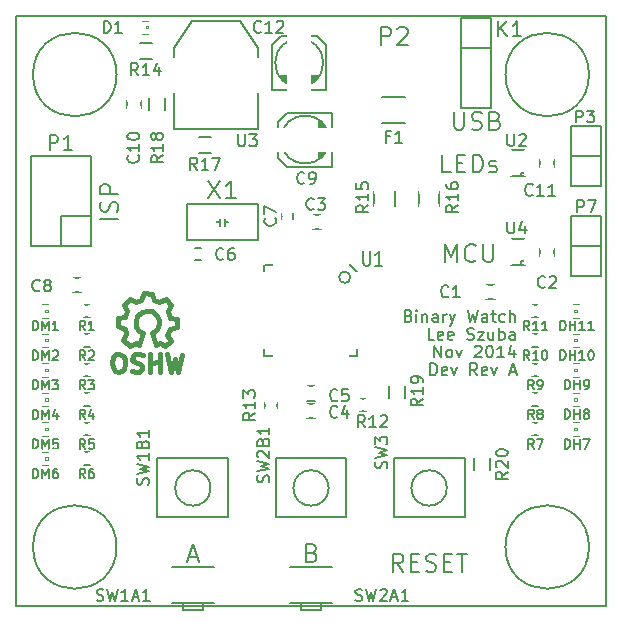
<source format=gto>
%FSLAX46Y46*%
G04 Gerber Fmt 4.6, Leading zero omitted, Abs format (unit mm)*
G04 Created by KiCad (PCBNEW (2014-jul-16 BZR unknown)-product) date Thu 06 Nov 2014 11:15:42 PM PST*
%MOMM*%
G01*
G04 APERTURE LIST*
%ADD10C,0.100000*%
%ADD11C,0.150000*%
%ADD12C,0.200000*%
%ADD13C,0.127000*%
%ADD14C,0.066040*%
%ADD15C,0.101600*%
%ADD16C,0.050800*%
%ADD17C,0.152400*%
%ADD18C,0.203200*%
%ADD19C,0.381000*%
%ADD20C,0.130000*%
%ADD21R,1.600000X1.150000*%
%ADD22R,1.150000X1.600000*%
%ADD23R,1.200000X1.150000*%
%ADD24R,3.000960X2.000200*%
%ADD25R,2.000200X3.000960*%
%ADD26R,1.598880X1.598880*%
%ADD27R,2.400000X2.100000*%
%ADD28R,2.432000X2.127200*%
%ADD29O,2.432000X2.127200*%
%ADD30C,6.400000*%
%ADD31R,2.127200X2.127200*%
%ADD32O,2.127200X2.127200*%
%ADD33C,2.000000*%
%ADD34R,0.800000X2.150000*%
%ADD35R,2.200000X2.000000*%
%ADD36R,2.432000X2.432000*%
%ADD37O,2.432000X2.432000*%
%ADD38C,3.399740*%
%ADD39R,0.800000X1.000000*%
%ADD40R,1.000000X0.800000*%
%ADD41R,1.600000X1.300000*%
%ADD42R,1.700000X1.900000*%
%ADD43R,1.300000X1.600000*%
%ADD44R,0.849580X2.398980*%
%ADD45R,2.398980X0.849580*%
%ADD46R,1.060400X0.806400*%
%ADD47R,2.100000X2.300000*%
%ADD48R,1.900000X2.400000*%
%ADD49R,1.000000X0.900000*%
%ADD50R,0.900000X1.000000*%
%ADD51C,1.110000*%
%ADD52R,1.800000X1.450000*%
%ADD53R,4.057600X2.432000*%
%ADD54R,1.416000X2.432000*%
G04 APERTURE END LIST*
D10*
D11*
X35119046Y19547619D02*
X35119046Y20547619D01*
X35357141Y20547619D01*
X35499999Y20500000D01*
X35595237Y20404762D01*
X35642856Y20309524D01*
X35690475Y20119048D01*
X35690475Y19976190D01*
X35642856Y19785714D01*
X35595237Y19690476D01*
X35499999Y19595238D01*
X35357141Y19547619D01*
X35119046Y19547619D01*
X36499999Y19595238D02*
X36404761Y19547619D01*
X36214284Y19547619D01*
X36119046Y19595238D01*
X36071427Y19690476D01*
X36071427Y20071429D01*
X36119046Y20166667D01*
X36214284Y20214286D01*
X36404761Y20214286D01*
X36499999Y20166667D01*
X36547618Y20071429D01*
X36547618Y19976190D01*
X36071427Y19880952D01*
X36880951Y20214286D02*
X37119046Y19547619D01*
X37357142Y20214286D01*
X39071428Y19547619D02*
X38738094Y20023810D01*
X38499999Y19547619D02*
X38499999Y20547619D01*
X38880952Y20547619D01*
X38976190Y20500000D01*
X39023809Y20452381D01*
X39071428Y20357143D01*
X39071428Y20214286D01*
X39023809Y20119048D01*
X38976190Y20071429D01*
X38880952Y20023810D01*
X38499999Y20023810D01*
X39880952Y19595238D02*
X39785714Y19547619D01*
X39595237Y19547619D01*
X39499999Y19595238D01*
X39452380Y19690476D01*
X39452380Y20071429D01*
X39499999Y20166667D01*
X39595237Y20214286D01*
X39785714Y20214286D01*
X39880952Y20166667D01*
X39928571Y20071429D01*
X39928571Y19976190D01*
X39452380Y19880952D01*
X40261904Y20214286D02*
X40499999Y19547619D01*
X40738095Y20214286D01*
X41833333Y19833333D02*
X42309524Y19833333D01*
X41738095Y19547619D02*
X42071428Y20547619D01*
X42404762Y19547619D01*
X33261904Y24571429D02*
X33404761Y24523810D01*
X33452380Y24476190D01*
X33499999Y24380952D01*
X33499999Y24238095D01*
X33452380Y24142857D01*
X33404761Y24095238D01*
X33309523Y24047619D01*
X32928570Y24047619D01*
X32928570Y25047619D01*
X33261904Y25047619D01*
X33357142Y25000000D01*
X33404761Y24952381D01*
X33452380Y24857143D01*
X33452380Y24761905D01*
X33404761Y24666667D01*
X33357142Y24619048D01*
X33261904Y24571429D01*
X32928570Y24571429D01*
X33928570Y24047619D02*
X33928570Y24714286D01*
X33928570Y25047619D02*
X33880951Y25000000D01*
X33928570Y24952381D01*
X33976189Y25000000D01*
X33928570Y25047619D01*
X33928570Y24952381D01*
X34404760Y24714286D02*
X34404760Y24047619D01*
X34404760Y24619048D02*
X34452379Y24666667D01*
X34547617Y24714286D01*
X34690475Y24714286D01*
X34785713Y24666667D01*
X34833332Y24571429D01*
X34833332Y24047619D01*
X35738094Y24047619D02*
X35738094Y24571429D01*
X35690475Y24666667D01*
X35595237Y24714286D01*
X35404760Y24714286D01*
X35309522Y24666667D01*
X35738094Y24095238D02*
X35642856Y24047619D01*
X35404760Y24047619D01*
X35309522Y24095238D01*
X35261903Y24190476D01*
X35261903Y24285714D01*
X35309522Y24380952D01*
X35404760Y24428571D01*
X35642856Y24428571D01*
X35738094Y24476190D01*
X36214284Y24047619D02*
X36214284Y24714286D01*
X36214284Y24523810D02*
X36261903Y24619048D01*
X36309522Y24666667D01*
X36404760Y24714286D01*
X36499999Y24714286D01*
X36738094Y24714286D02*
X36976189Y24047619D01*
X37214285Y24714286D02*
X36976189Y24047619D01*
X36880951Y23809524D01*
X36833332Y23761905D01*
X36738094Y23714286D01*
X38261904Y25047619D02*
X38499999Y24047619D01*
X38690476Y24761905D01*
X38880952Y24047619D01*
X39119047Y25047619D01*
X39928571Y24047619D02*
X39928571Y24571429D01*
X39880952Y24666667D01*
X39785714Y24714286D01*
X39595237Y24714286D01*
X39499999Y24666667D01*
X39928571Y24095238D02*
X39833333Y24047619D01*
X39595237Y24047619D01*
X39499999Y24095238D01*
X39452380Y24190476D01*
X39452380Y24285714D01*
X39499999Y24380952D01*
X39595237Y24428571D01*
X39833333Y24428571D01*
X39928571Y24476190D01*
X40261904Y24714286D02*
X40642856Y24714286D01*
X40404761Y25047619D02*
X40404761Y24190476D01*
X40452380Y24095238D01*
X40547618Y24047619D01*
X40642856Y24047619D01*
X41404762Y24095238D02*
X41309524Y24047619D01*
X41119047Y24047619D01*
X41023809Y24095238D01*
X40976190Y24142857D01*
X40928571Y24238095D01*
X40928571Y24523810D01*
X40976190Y24619048D01*
X41023809Y24666667D01*
X41119047Y24714286D01*
X41309524Y24714286D01*
X41404762Y24666667D01*
X41833333Y24047619D02*
X41833333Y25047619D01*
X42261905Y24047619D02*
X42261905Y24571429D01*
X42214286Y24666667D01*
X42119048Y24714286D01*
X41976190Y24714286D01*
X41880952Y24666667D01*
X41833333Y24619048D01*
X35452380Y21047619D02*
X35452380Y22047619D01*
X36023809Y21047619D01*
X36023809Y22047619D01*
X36642856Y21047619D02*
X36547618Y21095238D01*
X36499999Y21142857D01*
X36452380Y21238095D01*
X36452380Y21523810D01*
X36499999Y21619048D01*
X36547618Y21666667D01*
X36642856Y21714286D01*
X36785714Y21714286D01*
X36880952Y21666667D01*
X36928571Y21619048D01*
X36976190Y21523810D01*
X36976190Y21238095D01*
X36928571Y21142857D01*
X36880952Y21095238D01*
X36785714Y21047619D01*
X36642856Y21047619D01*
X37309523Y21714286D02*
X37547618Y21047619D01*
X37785714Y21714286D01*
X38880952Y21952381D02*
X38928571Y22000000D01*
X39023809Y22047619D01*
X39261905Y22047619D01*
X39357143Y22000000D01*
X39404762Y21952381D01*
X39452381Y21857143D01*
X39452381Y21761905D01*
X39404762Y21619048D01*
X38833333Y21047619D01*
X39452381Y21047619D01*
X40071428Y22047619D02*
X40166667Y22047619D01*
X40261905Y22000000D01*
X40309524Y21952381D01*
X40357143Y21857143D01*
X40404762Y21666667D01*
X40404762Y21428571D01*
X40357143Y21238095D01*
X40309524Y21142857D01*
X40261905Y21095238D01*
X40166667Y21047619D01*
X40071428Y21047619D01*
X39976190Y21095238D01*
X39928571Y21142857D01*
X39880952Y21238095D01*
X39833333Y21428571D01*
X39833333Y21666667D01*
X39880952Y21857143D01*
X39928571Y21952381D01*
X39976190Y22000000D01*
X40071428Y22047619D01*
X41357143Y21047619D02*
X40785714Y21047619D01*
X41071428Y21047619D02*
X41071428Y22047619D01*
X40976190Y21904762D01*
X40880952Y21809524D01*
X40785714Y21761905D01*
X42214286Y21714286D02*
X42214286Y21047619D01*
X41976190Y22095238D02*
X41738095Y21380952D01*
X42357143Y21380952D01*
X35452380Y22547619D02*
X34976189Y22547619D01*
X34976189Y23547619D01*
X36166666Y22595238D02*
X36071428Y22547619D01*
X35880951Y22547619D01*
X35785713Y22595238D01*
X35738094Y22690476D01*
X35738094Y23071429D01*
X35785713Y23166667D01*
X35880951Y23214286D01*
X36071428Y23214286D01*
X36166666Y23166667D01*
X36214285Y23071429D01*
X36214285Y22976190D01*
X35738094Y22880952D01*
X37023809Y22595238D02*
X36928571Y22547619D01*
X36738094Y22547619D01*
X36642856Y22595238D01*
X36595237Y22690476D01*
X36595237Y23071429D01*
X36642856Y23166667D01*
X36738094Y23214286D01*
X36928571Y23214286D01*
X37023809Y23166667D01*
X37071428Y23071429D01*
X37071428Y22976190D01*
X36595237Y22880952D01*
X38214285Y22595238D02*
X38357142Y22547619D01*
X38595238Y22547619D01*
X38690476Y22595238D01*
X38738095Y22642857D01*
X38785714Y22738095D01*
X38785714Y22833333D01*
X38738095Y22928571D01*
X38690476Y22976190D01*
X38595238Y23023810D01*
X38404761Y23071429D01*
X38309523Y23119048D01*
X38261904Y23166667D01*
X38214285Y23261905D01*
X38214285Y23357143D01*
X38261904Y23452381D01*
X38309523Y23500000D01*
X38404761Y23547619D01*
X38642857Y23547619D01*
X38785714Y23500000D01*
X39119047Y23214286D02*
X39642857Y23214286D01*
X39119047Y22547619D01*
X39642857Y22547619D01*
X40452381Y23214286D02*
X40452381Y22547619D01*
X40023809Y23214286D02*
X40023809Y22690476D01*
X40071428Y22595238D01*
X40166666Y22547619D01*
X40309524Y22547619D01*
X40404762Y22595238D01*
X40452381Y22642857D01*
X40928571Y22547619D02*
X40928571Y23547619D01*
X40928571Y23166667D02*
X41023809Y23214286D01*
X41214286Y23214286D01*
X41309524Y23166667D01*
X41357143Y23119048D01*
X41404762Y23023810D01*
X41404762Y22738095D01*
X41357143Y22642857D01*
X41309524Y22595238D01*
X41214286Y22547619D01*
X41023809Y22547619D01*
X40928571Y22595238D01*
X42261905Y22547619D02*
X42261905Y23071429D01*
X42214286Y23166667D01*
X42119048Y23214286D01*
X41928571Y23214286D01*
X41833333Y23166667D01*
X42261905Y22595238D02*
X42166667Y22547619D01*
X41928571Y22547619D01*
X41833333Y22595238D01*
X41785714Y22690476D01*
X41785714Y22785714D01*
X41833333Y22880952D01*
X41928571Y22928571D01*
X42166667Y22928571D01*
X42261905Y22976190D01*
D12*
X8678571Y32735715D02*
X7178571Y32735715D01*
X8607143Y33378572D02*
X8678571Y33592858D01*
X8678571Y33950001D01*
X8607143Y34092858D01*
X8535714Y34164287D01*
X8392857Y34235715D01*
X8250000Y34235715D01*
X8107143Y34164287D01*
X8035714Y34092858D01*
X7964286Y33950001D01*
X7892857Y33664287D01*
X7821429Y33521429D01*
X7750000Y33450001D01*
X7607143Y33378572D01*
X7464286Y33378572D01*
X7321429Y33450001D01*
X7250000Y33521429D01*
X7178571Y33664287D01*
X7178571Y34021429D01*
X7250000Y34235715D01*
X8678571Y34878572D02*
X7178571Y34878572D01*
X7178571Y35450000D01*
X7250000Y35592858D01*
X7321429Y35664286D01*
X7464286Y35735715D01*
X7678571Y35735715D01*
X7821429Y35664286D01*
X7892857Y35592858D01*
X7964286Y35450000D01*
X7964286Y34878572D01*
X36828572Y36721429D02*
X36114286Y36721429D01*
X36114286Y38221429D01*
X37328572Y37507143D02*
X37828572Y37507143D01*
X38042858Y36721429D02*
X37328572Y36721429D01*
X37328572Y38221429D01*
X38042858Y38221429D01*
X38685715Y36721429D02*
X38685715Y38221429D01*
X39042858Y38221429D01*
X39257143Y38150000D01*
X39400001Y38007143D01*
X39471429Y37864286D01*
X39542858Y37578571D01*
X39542858Y37364286D01*
X39471429Y37078571D01*
X39400001Y36935714D01*
X39257143Y36792857D01*
X39042858Y36721429D01*
X38685715Y36721429D01*
X40114286Y36792857D02*
X40257143Y36721429D01*
X40542858Y36721429D01*
X40685715Y36792857D01*
X40757143Y36935714D01*
X40757143Y37007143D01*
X40685715Y37150000D01*
X40542858Y37221429D01*
X40328572Y37221429D01*
X40185715Y37292857D01*
X40114286Y37435714D01*
X40114286Y37507143D01*
X40185715Y37650000D01*
X40328572Y37721429D01*
X40542858Y37721429D01*
X40685715Y37650000D01*
X36364286Y29121429D02*
X36364286Y30621429D01*
X36864286Y29550000D01*
X37364286Y30621429D01*
X37364286Y29121429D01*
X38935715Y29264286D02*
X38864286Y29192857D01*
X38650000Y29121429D01*
X38507143Y29121429D01*
X38292858Y29192857D01*
X38150000Y29335714D01*
X38078572Y29478571D01*
X38007143Y29764286D01*
X38007143Y29978571D01*
X38078572Y30264286D01*
X38150000Y30407143D01*
X38292858Y30550000D01*
X38507143Y30621429D01*
X38650000Y30621429D01*
X38864286Y30550000D01*
X38935715Y30478571D01*
X39578572Y30621429D02*
X39578572Y29407143D01*
X39650000Y29264286D01*
X39721429Y29192857D01*
X39864286Y29121429D01*
X40150000Y29121429D01*
X40292858Y29192857D01*
X40364286Y29264286D01*
X40435715Y29407143D01*
X40435715Y30621429D01*
X37107143Y41821429D02*
X37107143Y40607143D01*
X37178571Y40464286D01*
X37250000Y40392857D01*
X37392857Y40321429D01*
X37678571Y40321429D01*
X37821429Y40392857D01*
X37892857Y40464286D01*
X37964286Y40607143D01*
X37964286Y41821429D01*
X38607143Y40392857D02*
X38821429Y40321429D01*
X39178572Y40321429D01*
X39321429Y40392857D01*
X39392858Y40464286D01*
X39464286Y40607143D01*
X39464286Y40750000D01*
X39392858Y40892857D01*
X39321429Y40964286D01*
X39178572Y41035714D01*
X38892858Y41107143D01*
X38750000Y41178571D01*
X38678572Y41250000D01*
X38607143Y41392857D01*
X38607143Y41535714D01*
X38678572Y41678571D01*
X38750000Y41750000D01*
X38892858Y41821429D01*
X39250000Y41821429D01*
X39464286Y41750000D01*
X40607143Y41107143D02*
X40821429Y41035714D01*
X40892857Y40964286D01*
X40964286Y40821429D01*
X40964286Y40607143D01*
X40892857Y40464286D01*
X40821429Y40392857D01*
X40678571Y40321429D01*
X40107143Y40321429D01*
X40107143Y41821429D01*
X40607143Y41821429D01*
X40750000Y41750000D01*
X40821429Y41678571D01*
X40892857Y41535714D01*
X40892857Y41392857D01*
X40821429Y41250000D01*
X40750000Y41178571D01*
X40607143Y41107143D01*
X40107143Y41107143D01*
X25107143Y4507143D02*
X25321429Y4435714D01*
X25392857Y4364286D01*
X25464286Y4221429D01*
X25464286Y4007143D01*
X25392857Y3864286D01*
X25321429Y3792857D01*
X25178571Y3721429D01*
X24607143Y3721429D01*
X24607143Y5221429D01*
X25107143Y5221429D01*
X25250000Y5150000D01*
X25321429Y5078571D01*
X25392857Y4935714D01*
X25392857Y4792857D01*
X25321429Y4650000D01*
X25250000Y4578571D01*
X25107143Y4507143D01*
X24607143Y4507143D01*
X14642857Y4150000D02*
X15357143Y4150000D01*
X14500000Y3721429D02*
X15000000Y5221429D01*
X15500000Y3721429D01*
X32821429Y2921429D02*
X32321429Y3635714D01*
X31964286Y2921429D02*
X31964286Y4421429D01*
X32535714Y4421429D01*
X32678572Y4350000D01*
X32750000Y4278571D01*
X32821429Y4135714D01*
X32821429Y3921429D01*
X32750000Y3778571D01*
X32678572Y3707143D01*
X32535714Y3635714D01*
X31964286Y3635714D01*
X33464286Y3707143D02*
X33964286Y3707143D01*
X34178572Y2921429D02*
X33464286Y2921429D01*
X33464286Y4421429D01*
X34178572Y4421429D01*
X34750000Y2992857D02*
X34964286Y2921429D01*
X35321429Y2921429D01*
X35464286Y2992857D01*
X35535715Y3064286D01*
X35607143Y3207143D01*
X35607143Y3350000D01*
X35535715Y3492857D01*
X35464286Y3564286D01*
X35321429Y3635714D01*
X35035715Y3707143D01*
X34892857Y3778571D01*
X34821429Y3850000D01*
X34750000Y3992857D01*
X34750000Y4135714D01*
X34821429Y4278571D01*
X34892857Y4350000D01*
X35035715Y4421429D01*
X35392857Y4421429D01*
X35607143Y4350000D01*
X36250000Y3707143D02*
X36750000Y3707143D01*
X36964286Y2921429D02*
X36250000Y2921429D01*
X36250000Y4421429D01*
X36964286Y4421429D01*
X37392857Y4421429D02*
X38250000Y4421429D01*
X37821429Y2921429D02*
X37821429Y4421429D01*
D11*
X0Y0D02*
X0Y50000000D01*
X50000000Y0D02*
X0Y0D01*
X50000000Y50000000D02*
X0Y50000000D01*
X50000000Y0D02*
X50000000Y50000000D01*
X40550000Y26000000D02*
X39850000Y26000000D01*
X39850000Y27200000D02*
X40550000Y27200000D01*
X45600000Y30350000D02*
X45600000Y29650000D01*
X44400000Y29650000D02*
X44400000Y30350000D01*
X25150000Y33100000D02*
X25850000Y33100000D01*
X25850000Y31900000D02*
X25150000Y31900000D01*
X24650000Y17100000D02*
X25350000Y17100000D01*
X25350000Y15900000D02*
X24650000Y15900000D01*
X24650000Y18600000D02*
X25350000Y18600000D01*
X25350000Y17400000D02*
X24650000Y17400000D01*
X4850000Y27800000D02*
X5550000Y27800000D01*
X5550000Y26600000D02*
X4850000Y26600000D01*
D13*
X22849000Y39500000D02*
X23611000Y39500000D01*
X23230000Y39119000D02*
X23230000Y39881000D01*
X22976000Y41786000D02*
X26786000Y41786000D01*
X22214000Y37976000D02*
X22214000Y41024000D01*
X22976000Y41786000D02*
X22214000Y41024000D01*
X22976000Y37214000D02*
X26786000Y37214000D01*
X22976000Y37214000D02*
X22214000Y37976000D01*
X26532000Y39627000D02*
X26532000Y39373000D01*
X26405000Y38865000D02*
X26405000Y40135000D01*
X26278000Y40389000D02*
X26278000Y38611000D01*
X26151000Y40643000D02*
X26151000Y38357000D01*
X26024000Y38230000D02*
X26024000Y40770000D01*
X25897000Y40897000D02*
X25897000Y38103000D01*
X25770000Y37976000D02*
X25770000Y41024000D01*
X25643000Y37849000D02*
X25643000Y41151000D01*
X26532000Y39500000D02*
G75*
G03X26532000Y39500000I-2032000J0D01*
G74*
G01*
X26786000Y37214000D02*
X26786000Y41786000D01*
D11*
X9400000Y42150000D02*
X9400000Y42850000D01*
X10600000Y42850000D02*
X10600000Y42150000D01*
X45600000Y37850000D02*
X45600000Y37150000D01*
X44400000Y37150000D02*
X44400000Y37850000D01*
D13*
X24000000Y47651000D02*
X24000000Y46889000D01*
X23619000Y47270000D02*
X24381000Y47270000D01*
X26286000Y47524000D02*
X26286000Y43714000D01*
X22476000Y48286000D02*
X25524000Y48286000D01*
X26286000Y47524000D02*
X25524000Y48286000D01*
X21714000Y47524000D02*
X21714000Y43714000D01*
X21714000Y47524000D02*
X22476000Y48286000D01*
X24127000Y43968000D02*
X23873000Y43968000D01*
X23365000Y44095000D02*
X24635000Y44095000D01*
X24889000Y44222000D02*
X23111000Y44222000D01*
X25143000Y44349000D02*
X22857000Y44349000D01*
X22730000Y44476000D02*
X25270000Y44476000D01*
X25397000Y44603000D02*
X22603000Y44603000D01*
X22476000Y44730000D02*
X25524000Y44730000D01*
X22349000Y44857000D02*
X25651000Y44857000D01*
X26032000Y46000000D02*
G75*
G03X26032000Y46000000I-2032000J0D01*
G74*
G01*
X21714000Y43714000D02*
X26286000Y43714000D01*
D14*
X11497840Y48700280D02*
X11497840Y48375160D01*
X11497840Y48375160D02*
X11998220Y48375160D01*
X11998220Y48700280D02*
X11998220Y48375160D01*
X11497840Y48700280D02*
X11998220Y48700280D01*
X11497840Y49322580D02*
X11497840Y49172720D01*
X11497840Y49172720D02*
X11749300Y49172720D01*
X11749300Y49322580D02*
X11749300Y49172720D01*
X11497840Y49322580D02*
X11749300Y49322580D01*
X11497840Y48827280D02*
X11497840Y48677420D01*
X11497840Y48677420D02*
X11749300Y48677420D01*
X11749300Y48827280D02*
X11749300Y48677420D01*
X11497840Y48827280D02*
X11749300Y48827280D01*
X11497840Y49198120D02*
X11497840Y48801880D01*
X11497840Y48801880D02*
X11673100Y48801880D01*
X11673100Y49198120D02*
X11673100Y48801880D01*
X11497840Y49198120D02*
X11673100Y49198120D01*
X10001780Y48700280D02*
X10001780Y48375160D01*
X10001780Y48375160D02*
X10502160Y48375160D01*
X10502160Y48700280D02*
X10502160Y48375160D01*
X10001780Y48700280D02*
X10502160Y48700280D01*
X10001780Y49624840D02*
X10001780Y49299720D01*
X10001780Y49299720D02*
X10502160Y49299720D01*
X10502160Y49624840D02*
X10502160Y49299720D01*
X10001780Y49624840D02*
X10502160Y49624840D01*
X10250700Y48827280D02*
X10250700Y48677420D01*
X10250700Y48677420D02*
X10502160Y48677420D01*
X10502160Y48827280D02*
X10502160Y48677420D01*
X10250700Y48827280D02*
X10502160Y48827280D01*
X10250700Y49322580D02*
X10250700Y49172720D01*
X10250700Y49172720D02*
X10502160Y49172720D01*
X10502160Y49322580D02*
X10502160Y49172720D01*
X10250700Y49322580D02*
X10502160Y49322580D01*
X10326900Y49198120D02*
X10326900Y48801880D01*
X10326900Y48801880D02*
X10502160Y48801880D01*
X10502160Y49198120D02*
X10502160Y48801880D01*
X10326900Y49198120D02*
X10502160Y49198120D01*
X11000000Y49099060D02*
X11000000Y48900940D01*
X11000000Y48900940D02*
X11198120Y48900940D01*
X11198120Y49099060D02*
X11198120Y48900940D01*
X11000000Y49099060D02*
X11198120Y49099060D01*
X11497840Y49599440D02*
X11497840Y49299720D01*
X11497840Y49299720D02*
X11797560Y49299720D01*
X11797560Y49599440D02*
X11797560Y49299720D01*
X11497840Y49599440D02*
X11797560Y49599440D01*
X11924560Y49624840D02*
X11924560Y49398780D01*
X11924560Y49398780D02*
X11998220Y49398780D01*
X11998220Y49624840D02*
X11998220Y49398780D01*
X11924560Y49624840D02*
X11998220Y49624840D01*
D15*
X11523240Y48425960D02*
X10476760Y48425960D01*
X10502160Y49574040D02*
X11924560Y49574040D01*
D16*
X11920202Y49449580D02*
G75*
G03X11920202Y49449580I-71842J0D01*
G74*
G01*
D15*
X11998220Y49347980D02*
G75*
G03X11998220Y48652020I0J-347980D01*
G74*
G01*
X10001780Y48652020D02*
G75*
G03X10001780Y49347980I0J347980D01*
G74*
G01*
D14*
X47002160Y15299720D02*
X47002160Y15624840D01*
X47002160Y15624840D02*
X46501780Y15624840D01*
X46501780Y15299720D02*
X46501780Y15624840D01*
X47002160Y15299720D02*
X46501780Y15299720D01*
X47002160Y14677420D02*
X47002160Y14827280D01*
X47002160Y14827280D02*
X46750700Y14827280D01*
X46750700Y14677420D02*
X46750700Y14827280D01*
X47002160Y14677420D02*
X46750700Y14677420D01*
X47002160Y15172720D02*
X47002160Y15322580D01*
X47002160Y15322580D02*
X46750700Y15322580D01*
X46750700Y15172720D02*
X46750700Y15322580D01*
X47002160Y15172720D02*
X46750700Y15172720D01*
X47002160Y14801880D02*
X47002160Y15198120D01*
X47002160Y15198120D02*
X46826900Y15198120D01*
X46826900Y14801880D02*
X46826900Y15198120D01*
X47002160Y14801880D02*
X46826900Y14801880D01*
X48498220Y15299720D02*
X48498220Y15624840D01*
X48498220Y15624840D02*
X47997840Y15624840D01*
X47997840Y15299720D02*
X47997840Y15624840D01*
X48498220Y15299720D02*
X47997840Y15299720D01*
X48498220Y14375160D02*
X48498220Y14700280D01*
X48498220Y14700280D02*
X47997840Y14700280D01*
X47997840Y14375160D02*
X47997840Y14700280D01*
X48498220Y14375160D02*
X47997840Y14375160D01*
X48249300Y15172720D02*
X48249300Y15322580D01*
X48249300Y15322580D02*
X47997840Y15322580D01*
X47997840Y15172720D02*
X47997840Y15322580D01*
X48249300Y15172720D02*
X47997840Y15172720D01*
X48249300Y14677420D02*
X48249300Y14827280D01*
X48249300Y14827280D02*
X47997840Y14827280D01*
X47997840Y14677420D02*
X47997840Y14827280D01*
X48249300Y14677420D02*
X47997840Y14677420D01*
X48173100Y14801880D02*
X48173100Y15198120D01*
X48173100Y15198120D02*
X47997840Y15198120D01*
X47997840Y14801880D02*
X47997840Y15198120D01*
X48173100Y14801880D02*
X47997840Y14801880D01*
X47500000Y14900940D02*
X47500000Y15099060D01*
X47500000Y15099060D02*
X47301880Y15099060D01*
X47301880Y14900940D02*
X47301880Y15099060D01*
X47500000Y14900940D02*
X47301880Y14900940D01*
X47002160Y14400560D02*
X47002160Y14700280D01*
X47002160Y14700280D02*
X46702440Y14700280D01*
X46702440Y14400560D02*
X46702440Y14700280D01*
X47002160Y14400560D02*
X46702440Y14400560D01*
X46575440Y14375160D02*
X46575440Y14601220D01*
X46575440Y14601220D02*
X46501780Y14601220D01*
X46501780Y14375160D02*
X46501780Y14601220D01*
X46575440Y14375160D02*
X46501780Y14375160D01*
D15*
X46976760Y15574040D02*
X48023240Y15574040D01*
X47997840Y14425960D02*
X46575440Y14425960D01*
D16*
X46723482Y14550420D02*
G75*
G03X46723482Y14550420I-71842J0D01*
G74*
G01*
D15*
X46501780Y14652020D02*
G75*
G03X46501780Y15347980I0J347980D01*
G74*
G01*
X48498220Y15347980D02*
G75*
G03X48498220Y14652020I0J-347980D01*
G74*
G01*
D14*
X47002160Y17799720D02*
X47002160Y18124840D01*
X47002160Y18124840D02*
X46501780Y18124840D01*
X46501780Y17799720D02*
X46501780Y18124840D01*
X47002160Y17799720D02*
X46501780Y17799720D01*
X47002160Y17177420D02*
X47002160Y17327280D01*
X47002160Y17327280D02*
X46750700Y17327280D01*
X46750700Y17177420D02*
X46750700Y17327280D01*
X47002160Y17177420D02*
X46750700Y17177420D01*
X47002160Y17672720D02*
X47002160Y17822580D01*
X47002160Y17822580D02*
X46750700Y17822580D01*
X46750700Y17672720D02*
X46750700Y17822580D01*
X47002160Y17672720D02*
X46750700Y17672720D01*
X47002160Y17301880D02*
X47002160Y17698120D01*
X47002160Y17698120D02*
X46826900Y17698120D01*
X46826900Y17301880D02*
X46826900Y17698120D01*
X47002160Y17301880D02*
X46826900Y17301880D01*
X48498220Y17799720D02*
X48498220Y18124840D01*
X48498220Y18124840D02*
X47997840Y18124840D01*
X47997840Y17799720D02*
X47997840Y18124840D01*
X48498220Y17799720D02*
X47997840Y17799720D01*
X48498220Y16875160D02*
X48498220Y17200280D01*
X48498220Y17200280D02*
X47997840Y17200280D01*
X47997840Y16875160D02*
X47997840Y17200280D01*
X48498220Y16875160D02*
X47997840Y16875160D01*
X48249300Y17672720D02*
X48249300Y17822580D01*
X48249300Y17822580D02*
X47997840Y17822580D01*
X47997840Y17672720D02*
X47997840Y17822580D01*
X48249300Y17672720D02*
X47997840Y17672720D01*
X48249300Y17177420D02*
X48249300Y17327280D01*
X48249300Y17327280D02*
X47997840Y17327280D01*
X47997840Y17177420D02*
X47997840Y17327280D01*
X48249300Y17177420D02*
X47997840Y17177420D01*
X48173100Y17301880D02*
X48173100Y17698120D01*
X48173100Y17698120D02*
X47997840Y17698120D01*
X47997840Y17301880D02*
X47997840Y17698120D01*
X48173100Y17301880D02*
X47997840Y17301880D01*
X47500000Y17400940D02*
X47500000Y17599060D01*
X47500000Y17599060D02*
X47301880Y17599060D01*
X47301880Y17400940D02*
X47301880Y17599060D01*
X47500000Y17400940D02*
X47301880Y17400940D01*
X47002160Y16900560D02*
X47002160Y17200280D01*
X47002160Y17200280D02*
X46702440Y17200280D01*
X46702440Y16900560D02*
X46702440Y17200280D01*
X47002160Y16900560D02*
X46702440Y16900560D01*
X46575440Y16875160D02*
X46575440Y17101220D01*
X46575440Y17101220D02*
X46501780Y17101220D01*
X46501780Y16875160D02*
X46501780Y17101220D01*
X46575440Y16875160D02*
X46501780Y16875160D01*
D15*
X46976760Y18074040D02*
X48023240Y18074040D01*
X47997840Y16925960D02*
X46575440Y16925960D01*
D16*
X46723482Y17050420D02*
G75*
G03X46723482Y17050420I-71842J0D01*
G74*
G01*
D15*
X46501780Y17152020D02*
G75*
G03X46501780Y17847980I0J347980D01*
G74*
G01*
X48498220Y17847980D02*
G75*
G03X48498220Y17152020I0J-347980D01*
G74*
G01*
D14*
X47002160Y20299720D02*
X47002160Y20624840D01*
X47002160Y20624840D02*
X46501780Y20624840D01*
X46501780Y20299720D02*
X46501780Y20624840D01*
X47002160Y20299720D02*
X46501780Y20299720D01*
X47002160Y19677420D02*
X47002160Y19827280D01*
X47002160Y19827280D02*
X46750700Y19827280D01*
X46750700Y19677420D02*
X46750700Y19827280D01*
X47002160Y19677420D02*
X46750700Y19677420D01*
X47002160Y20172720D02*
X47002160Y20322580D01*
X47002160Y20322580D02*
X46750700Y20322580D01*
X46750700Y20172720D02*
X46750700Y20322580D01*
X47002160Y20172720D02*
X46750700Y20172720D01*
X47002160Y19801880D02*
X47002160Y20198120D01*
X47002160Y20198120D02*
X46826900Y20198120D01*
X46826900Y19801880D02*
X46826900Y20198120D01*
X47002160Y19801880D02*
X46826900Y19801880D01*
X48498220Y20299720D02*
X48498220Y20624840D01*
X48498220Y20624840D02*
X47997840Y20624840D01*
X47997840Y20299720D02*
X47997840Y20624840D01*
X48498220Y20299720D02*
X47997840Y20299720D01*
X48498220Y19375160D02*
X48498220Y19700280D01*
X48498220Y19700280D02*
X47997840Y19700280D01*
X47997840Y19375160D02*
X47997840Y19700280D01*
X48498220Y19375160D02*
X47997840Y19375160D01*
X48249300Y20172720D02*
X48249300Y20322580D01*
X48249300Y20322580D02*
X47997840Y20322580D01*
X47997840Y20172720D02*
X47997840Y20322580D01*
X48249300Y20172720D02*
X47997840Y20172720D01*
X48249300Y19677420D02*
X48249300Y19827280D01*
X48249300Y19827280D02*
X47997840Y19827280D01*
X47997840Y19677420D02*
X47997840Y19827280D01*
X48249300Y19677420D02*
X47997840Y19677420D01*
X48173100Y19801880D02*
X48173100Y20198120D01*
X48173100Y20198120D02*
X47997840Y20198120D01*
X47997840Y19801880D02*
X47997840Y20198120D01*
X48173100Y19801880D02*
X47997840Y19801880D01*
X47500000Y19900940D02*
X47500000Y20099060D01*
X47500000Y20099060D02*
X47301880Y20099060D01*
X47301880Y19900940D02*
X47301880Y20099060D01*
X47500000Y19900940D02*
X47301880Y19900940D01*
X47002160Y19400560D02*
X47002160Y19700280D01*
X47002160Y19700280D02*
X46702440Y19700280D01*
X46702440Y19400560D02*
X46702440Y19700280D01*
X47002160Y19400560D02*
X46702440Y19400560D01*
X46575440Y19375160D02*
X46575440Y19601220D01*
X46575440Y19601220D02*
X46501780Y19601220D01*
X46501780Y19375160D02*
X46501780Y19601220D01*
X46575440Y19375160D02*
X46501780Y19375160D01*
D15*
X46976760Y20574040D02*
X48023240Y20574040D01*
X47997840Y19425960D02*
X46575440Y19425960D01*
D16*
X46723482Y19550420D02*
G75*
G03X46723482Y19550420I-71842J0D01*
G74*
G01*
D15*
X46501780Y19652020D02*
G75*
G03X46501780Y20347980I0J347980D01*
G74*
G01*
X48498220Y20347980D02*
G75*
G03X48498220Y19652020I0J-347980D01*
G74*
G01*
D14*
X47002160Y22799720D02*
X47002160Y23124840D01*
X47002160Y23124840D02*
X46501780Y23124840D01*
X46501780Y22799720D02*
X46501780Y23124840D01*
X47002160Y22799720D02*
X46501780Y22799720D01*
X47002160Y22177420D02*
X47002160Y22327280D01*
X47002160Y22327280D02*
X46750700Y22327280D01*
X46750700Y22177420D02*
X46750700Y22327280D01*
X47002160Y22177420D02*
X46750700Y22177420D01*
X47002160Y22672720D02*
X47002160Y22822580D01*
X47002160Y22822580D02*
X46750700Y22822580D01*
X46750700Y22672720D02*
X46750700Y22822580D01*
X47002160Y22672720D02*
X46750700Y22672720D01*
X47002160Y22301880D02*
X47002160Y22698120D01*
X47002160Y22698120D02*
X46826900Y22698120D01*
X46826900Y22301880D02*
X46826900Y22698120D01*
X47002160Y22301880D02*
X46826900Y22301880D01*
X48498220Y22799720D02*
X48498220Y23124840D01*
X48498220Y23124840D02*
X47997840Y23124840D01*
X47997840Y22799720D02*
X47997840Y23124840D01*
X48498220Y22799720D02*
X47997840Y22799720D01*
X48498220Y21875160D02*
X48498220Y22200280D01*
X48498220Y22200280D02*
X47997840Y22200280D01*
X47997840Y21875160D02*
X47997840Y22200280D01*
X48498220Y21875160D02*
X47997840Y21875160D01*
X48249300Y22672720D02*
X48249300Y22822580D01*
X48249300Y22822580D02*
X47997840Y22822580D01*
X47997840Y22672720D02*
X47997840Y22822580D01*
X48249300Y22672720D02*
X47997840Y22672720D01*
X48249300Y22177420D02*
X48249300Y22327280D01*
X48249300Y22327280D02*
X47997840Y22327280D01*
X47997840Y22177420D02*
X47997840Y22327280D01*
X48249300Y22177420D02*
X47997840Y22177420D01*
X48173100Y22301880D02*
X48173100Y22698120D01*
X48173100Y22698120D02*
X47997840Y22698120D01*
X47997840Y22301880D02*
X47997840Y22698120D01*
X48173100Y22301880D02*
X47997840Y22301880D01*
X47500000Y22400940D02*
X47500000Y22599060D01*
X47500000Y22599060D02*
X47301880Y22599060D01*
X47301880Y22400940D02*
X47301880Y22599060D01*
X47500000Y22400940D02*
X47301880Y22400940D01*
X47002160Y21900560D02*
X47002160Y22200280D01*
X47002160Y22200280D02*
X46702440Y22200280D01*
X46702440Y21900560D02*
X46702440Y22200280D01*
X47002160Y21900560D02*
X46702440Y21900560D01*
X46575440Y21875160D02*
X46575440Y22101220D01*
X46575440Y22101220D02*
X46501780Y22101220D01*
X46501780Y21875160D02*
X46501780Y22101220D01*
X46575440Y21875160D02*
X46501780Y21875160D01*
D15*
X46976760Y23074040D02*
X48023240Y23074040D01*
X47997840Y21925960D02*
X46575440Y21925960D01*
D16*
X46723482Y22050420D02*
G75*
G03X46723482Y22050420I-71842J0D01*
G74*
G01*
D15*
X46501780Y22152020D02*
G75*
G03X46501780Y22847980I0J347980D01*
G74*
G01*
X48498220Y22847980D02*
G75*
G03X48498220Y22152020I0J-347980D01*
G74*
G01*
D14*
X47002160Y25299720D02*
X47002160Y25624840D01*
X47002160Y25624840D02*
X46501780Y25624840D01*
X46501780Y25299720D02*
X46501780Y25624840D01*
X47002160Y25299720D02*
X46501780Y25299720D01*
X47002160Y24677420D02*
X47002160Y24827280D01*
X47002160Y24827280D02*
X46750700Y24827280D01*
X46750700Y24677420D02*
X46750700Y24827280D01*
X47002160Y24677420D02*
X46750700Y24677420D01*
X47002160Y25172720D02*
X47002160Y25322580D01*
X47002160Y25322580D02*
X46750700Y25322580D01*
X46750700Y25172720D02*
X46750700Y25322580D01*
X47002160Y25172720D02*
X46750700Y25172720D01*
X47002160Y24801880D02*
X47002160Y25198120D01*
X47002160Y25198120D02*
X46826900Y25198120D01*
X46826900Y24801880D02*
X46826900Y25198120D01*
X47002160Y24801880D02*
X46826900Y24801880D01*
X48498220Y25299720D02*
X48498220Y25624840D01*
X48498220Y25624840D02*
X47997840Y25624840D01*
X47997840Y25299720D02*
X47997840Y25624840D01*
X48498220Y25299720D02*
X47997840Y25299720D01*
X48498220Y24375160D02*
X48498220Y24700280D01*
X48498220Y24700280D02*
X47997840Y24700280D01*
X47997840Y24375160D02*
X47997840Y24700280D01*
X48498220Y24375160D02*
X47997840Y24375160D01*
X48249300Y25172720D02*
X48249300Y25322580D01*
X48249300Y25322580D02*
X47997840Y25322580D01*
X47997840Y25172720D02*
X47997840Y25322580D01*
X48249300Y25172720D02*
X47997840Y25172720D01*
X48249300Y24677420D02*
X48249300Y24827280D01*
X48249300Y24827280D02*
X47997840Y24827280D01*
X47997840Y24677420D02*
X47997840Y24827280D01*
X48249300Y24677420D02*
X47997840Y24677420D01*
X48173100Y24801880D02*
X48173100Y25198120D01*
X48173100Y25198120D02*
X47997840Y25198120D01*
X47997840Y24801880D02*
X47997840Y25198120D01*
X48173100Y24801880D02*
X47997840Y24801880D01*
X47500000Y24900940D02*
X47500000Y25099060D01*
X47500000Y25099060D02*
X47301880Y25099060D01*
X47301880Y24900940D02*
X47301880Y25099060D01*
X47500000Y24900940D02*
X47301880Y24900940D01*
X47002160Y24400560D02*
X47002160Y24700280D01*
X47002160Y24700280D02*
X46702440Y24700280D01*
X46702440Y24400560D02*
X46702440Y24700280D01*
X47002160Y24400560D02*
X46702440Y24400560D01*
X46575440Y24375160D02*
X46575440Y24601220D01*
X46575440Y24601220D02*
X46501780Y24601220D01*
X46501780Y24375160D02*
X46501780Y24601220D01*
X46575440Y24375160D02*
X46501780Y24375160D01*
D15*
X46976760Y25574040D02*
X48023240Y25574040D01*
X47997840Y24425960D02*
X46575440Y24425960D01*
D16*
X46723482Y24550420D02*
G75*
G03X46723482Y24550420I-71842J0D01*
G74*
G01*
D15*
X46501780Y24652020D02*
G75*
G03X46501780Y25347980I0J347980D01*
G74*
G01*
X48498220Y25347980D02*
G75*
G03X48498220Y24652020I0J-347980D01*
G74*
G01*
D14*
X2997840Y24700280D02*
X2997840Y24375160D01*
X2997840Y24375160D02*
X3498220Y24375160D01*
X3498220Y24700280D02*
X3498220Y24375160D01*
X2997840Y24700280D02*
X3498220Y24700280D01*
X2997840Y25322580D02*
X2997840Y25172720D01*
X2997840Y25172720D02*
X3249300Y25172720D01*
X3249300Y25322580D02*
X3249300Y25172720D01*
X2997840Y25322580D02*
X3249300Y25322580D01*
X2997840Y24827280D02*
X2997840Y24677420D01*
X2997840Y24677420D02*
X3249300Y24677420D01*
X3249300Y24827280D02*
X3249300Y24677420D01*
X2997840Y24827280D02*
X3249300Y24827280D01*
X2997840Y25198120D02*
X2997840Y24801880D01*
X2997840Y24801880D02*
X3173100Y24801880D01*
X3173100Y25198120D02*
X3173100Y24801880D01*
X2997840Y25198120D02*
X3173100Y25198120D01*
X1501780Y24700280D02*
X1501780Y24375160D01*
X1501780Y24375160D02*
X2002160Y24375160D01*
X2002160Y24700280D02*
X2002160Y24375160D01*
X1501780Y24700280D02*
X2002160Y24700280D01*
X1501780Y25624840D02*
X1501780Y25299720D01*
X1501780Y25299720D02*
X2002160Y25299720D01*
X2002160Y25624840D02*
X2002160Y25299720D01*
X1501780Y25624840D02*
X2002160Y25624840D01*
X1750700Y24827280D02*
X1750700Y24677420D01*
X1750700Y24677420D02*
X2002160Y24677420D01*
X2002160Y24827280D02*
X2002160Y24677420D01*
X1750700Y24827280D02*
X2002160Y24827280D01*
X1750700Y25322580D02*
X1750700Y25172720D01*
X1750700Y25172720D02*
X2002160Y25172720D01*
X2002160Y25322580D02*
X2002160Y25172720D01*
X1750700Y25322580D02*
X2002160Y25322580D01*
X1826900Y25198120D02*
X1826900Y24801880D01*
X1826900Y24801880D02*
X2002160Y24801880D01*
X2002160Y25198120D02*
X2002160Y24801880D01*
X1826900Y25198120D02*
X2002160Y25198120D01*
X2500000Y25099060D02*
X2500000Y24900940D01*
X2500000Y24900940D02*
X2698120Y24900940D01*
X2698120Y25099060D02*
X2698120Y24900940D01*
X2500000Y25099060D02*
X2698120Y25099060D01*
X2997840Y25599440D02*
X2997840Y25299720D01*
X2997840Y25299720D02*
X3297560Y25299720D01*
X3297560Y25599440D02*
X3297560Y25299720D01*
X2997840Y25599440D02*
X3297560Y25599440D01*
X3424560Y25624840D02*
X3424560Y25398780D01*
X3424560Y25398780D02*
X3498220Y25398780D01*
X3498220Y25624840D02*
X3498220Y25398780D01*
X3424560Y25624840D02*
X3498220Y25624840D01*
D15*
X3023240Y24425960D02*
X1976760Y24425960D01*
X2002160Y25574040D02*
X3424560Y25574040D01*
D16*
X3420202Y25449580D02*
G75*
G03X3420202Y25449580I-71842J0D01*
G74*
G01*
D15*
X3498220Y25347980D02*
G75*
G03X3498220Y24652020I0J-347980D01*
G74*
G01*
X1501780Y24652020D02*
G75*
G03X1501780Y25347980I0J347980D01*
G74*
G01*
D14*
X2997840Y22200280D02*
X2997840Y21875160D01*
X2997840Y21875160D02*
X3498220Y21875160D01*
X3498220Y22200280D02*
X3498220Y21875160D01*
X2997840Y22200280D02*
X3498220Y22200280D01*
X2997840Y22822580D02*
X2997840Y22672720D01*
X2997840Y22672720D02*
X3249300Y22672720D01*
X3249300Y22822580D02*
X3249300Y22672720D01*
X2997840Y22822580D02*
X3249300Y22822580D01*
X2997840Y22327280D02*
X2997840Y22177420D01*
X2997840Y22177420D02*
X3249300Y22177420D01*
X3249300Y22327280D02*
X3249300Y22177420D01*
X2997840Y22327280D02*
X3249300Y22327280D01*
X2997840Y22698120D02*
X2997840Y22301880D01*
X2997840Y22301880D02*
X3173100Y22301880D01*
X3173100Y22698120D02*
X3173100Y22301880D01*
X2997840Y22698120D02*
X3173100Y22698120D01*
X1501780Y22200280D02*
X1501780Y21875160D01*
X1501780Y21875160D02*
X2002160Y21875160D01*
X2002160Y22200280D02*
X2002160Y21875160D01*
X1501780Y22200280D02*
X2002160Y22200280D01*
X1501780Y23124840D02*
X1501780Y22799720D01*
X1501780Y22799720D02*
X2002160Y22799720D01*
X2002160Y23124840D02*
X2002160Y22799720D01*
X1501780Y23124840D02*
X2002160Y23124840D01*
X1750700Y22327280D02*
X1750700Y22177420D01*
X1750700Y22177420D02*
X2002160Y22177420D01*
X2002160Y22327280D02*
X2002160Y22177420D01*
X1750700Y22327280D02*
X2002160Y22327280D01*
X1750700Y22822580D02*
X1750700Y22672720D01*
X1750700Y22672720D02*
X2002160Y22672720D01*
X2002160Y22822580D02*
X2002160Y22672720D01*
X1750700Y22822580D02*
X2002160Y22822580D01*
X1826900Y22698120D02*
X1826900Y22301880D01*
X1826900Y22301880D02*
X2002160Y22301880D01*
X2002160Y22698120D02*
X2002160Y22301880D01*
X1826900Y22698120D02*
X2002160Y22698120D01*
X2500000Y22599060D02*
X2500000Y22400940D01*
X2500000Y22400940D02*
X2698120Y22400940D01*
X2698120Y22599060D02*
X2698120Y22400940D01*
X2500000Y22599060D02*
X2698120Y22599060D01*
X2997840Y23099440D02*
X2997840Y22799720D01*
X2997840Y22799720D02*
X3297560Y22799720D01*
X3297560Y23099440D02*
X3297560Y22799720D01*
X2997840Y23099440D02*
X3297560Y23099440D01*
X3424560Y23124840D02*
X3424560Y22898780D01*
X3424560Y22898780D02*
X3498220Y22898780D01*
X3498220Y23124840D02*
X3498220Y22898780D01*
X3424560Y23124840D02*
X3498220Y23124840D01*
D15*
X3023240Y21925960D02*
X1976760Y21925960D01*
X2002160Y23074040D02*
X3424560Y23074040D01*
D16*
X3420202Y22949580D02*
G75*
G03X3420202Y22949580I-71842J0D01*
G74*
G01*
D15*
X3498220Y22847980D02*
G75*
G03X3498220Y22152020I0J-347980D01*
G74*
G01*
X1501780Y22152020D02*
G75*
G03X1501780Y22847980I0J347980D01*
G74*
G01*
D14*
X2997840Y19700280D02*
X2997840Y19375160D01*
X2997840Y19375160D02*
X3498220Y19375160D01*
X3498220Y19700280D02*
X3498220Y19375160D01*
X2997840Y19700280D02*
X3498220Y19700280D01*
X2997840Y20322580D02*
X2997840Y20172720D01*
X2997840Y20172720D02*
X3249300Y20172720D01*
X3249300Y20322580D02*
X3249300Y20172720D01*
X2997840Y20322580D02*
X3249300Y20322580D01*
X2997840Y19827280D02*
X2997840Y19677420D01*
X2997840Y19677420D02*
X3249300Y19677420D01*
X3249300Y19827280D02*
X3249300Y19677420D01*
X2997840Y19827280D02*
X3249300Y19827280D01*
X2997840Y20198120D02*
X2997840Y19801880D01*
X2997840Y19801880D02*
X3173100Y19801880D01*
X3173100Y20198120D02*
X3173100Y19801880D01*
X2997840Y20198120D02*
X3173100Y20198120D01*
X1501780Y19700280D02*
X1501780Y19375160D01*
X1501780Y19375160D02*
X2002160Y19375160D01*
X2002160Y19700280D02*
X2002160Y19375160D01*
X1501780Y19700280D02*
X2002160Y19700280D01*
X1501780Y20624840D02*
X1501780Y20299720D01*
X1501780Y20299720D02*
X2002160Y20299720D01*
X2002160Y20624840D02*
X2002160Y20299720D01*
X1501780Y20624840D02*
X2002160Y20624840D01*
X1750700Y19827280D02*
X1750700Y19677420D01*
X1750700Y19677420D02*
X2002160Y19677420D01*
X2002160Y19827280D02*
X2002160Y19677420D01*
X1750700Y19827280D02*
X2002160Y19827280D01*
X1750700Y20322580D02*
X1750700Y20172720D01*
X1750700Y20172720D02*
X2002160Y20172720D01*
X2002160Y20322580D02*
X2002160Y20172720D01*
X1750700Y20322580D02*
X2002160Y20322580D01*
X1826900Y20198120D02*
X1826900Y19801880D01*
X1826900Y19801880D02*
X2002160Y19801880D01*
X2002160Y20198120D02*
X2002160Y19801880D01*
X1826900Y20198120D02*
X2002160Y20198120D01*
X2500000Y20099060D02*
X2500000Y19900940D01*
X2500000Y19900940D02*
X2698120Y19900940D01*
X2698120Y20099060D02*
X2698120Y19900940D01*
X2500000Y20099060D02*
X2698120Y20099060D01*
X2997840Y20599440D02*
X2997840Y20299720D01*
X2997840Y20299720D02*
X3297560Y20299720D01*
X3297560Y20599440D02*
X3297560Y20299720D01*
X2997840Y20599440D02*
X3297560Y20599440D01*
X3424560Y20624840D02*
X3424560Y20398780D01*
X3424560Y20398780D02*
X3498220Y20398780D01*
X3498220Y20624840D02*
X3498220Y20398780D01*
X3424560Y20624840D02*
X3498220Y20624840D01*
D15*
X3023240Y19425960D02*
X1976760Y19425960D01*
X2002160Y20574040D02*
X3424560Y20574040D01*
D16*
X3420202Y20449580D02*
G75*
G03X3420202Y20449580I-71842J0D01*
G74*
G01*
D15*
X3498220Y20347980D02*
G75*
G03X3498220Y19652020I0J-347980D01*
G74*
G01*
X1501780Y19652020D02*
G75*
G03X1501780Y20347980I0J347980D01*
G74*
G01*
D14*
X2997840Y17200280D02*
X2997840Y16875160D01*
X2997840Y16875160D02*
X3498220Y16875160D01*
X3498220Y17200280D02*
X3498220Y16875160D01*
X2997840Y17200280D02*
X3498220Y17200280D01*
X2997840Y17822580D02*
X2997840Y17672720D01*
X2997840Y17672720D02*
X3249300Y17672720D01*
X3249300Y17822580D02*
X3249300Y17672720D01*
X2997840Y17822580D02*
X3249300Y17822580D01*
X2997840Y17327280D02*
X2997840Y17177420D01*
X2997840Y17177420D02*
X3249300Y17177420D01*
X3249300Y17327280D02*
X3249300Y17177420D01*
X2997840Y17327280D02*
X3249300Y17327280D01*
X2997840Y17698120D02*
X2997840Y17301880D01*
X2997840Y17301880D02*
X3173100Y17301880D01*
X3173100Y17698120D02*
X3173100Y17301880D01*
X2997840Y17698120D02*
X3173100Y17698120D01*
X1501780Y17200280D02*
X1501780Y16875160D01*
X1501780Y16875160D02*
X2002160Y16875160D01*
X2002160Y17200280D02*
X2002160Y16875160D01*
X1501780Y17200280D02*
X2002160Y17200280D01*
X1501780Y18124840D02*
X1501780Y17799720D01*
X1501780Y17799720D02*
X2002160Y17799720D01*
X2002160Y18124840D02*
X2002160Y17799720D01*
X1501780Y18124840D02*
X2002160Y18124840D01*
X1750700Y17327280D02*
X1750700Y17177420D01*
X1750700Y17177420D02*
X2002160Y17177420D01*
X2002160Y17327280D02*
X2002160Y17177420D01*
X1750700Y17327280D02*
X2002160Y17327280D01*
X1750700Y17822580D02*
X1750700Y17672720D01*
X1750700Y17672720D02*
X2002160Y17672720D01*
X2002160Y17822580D02*
X2002160Y17672720D01*
X1750700Y17822580D02*
X2002160Y17822580D01*
X1826900Y17698120D02*
X1826900Y17301880D01*
X1826900Y17301880D02*
X2002160Y17301880D01*
X2002160Y17698120D02*
X2002160Y17301880D01*
X1826900Y17698120D02*
X2002160Y17698120D01*
X2500000Y17599060D02*
X2500000Y17400940D01*
X2500000Y17400940D02*
X2698120Y17400940D01*
X2698120Y17599060D02*
X2698120Y17400940D01*
X2500000Y17599060D02*
X2698120Y17599060D01*
X2997840Y18099440D02*
X2997840Y17799720D01*
X2997840Y17799720D02*
X3297560Y17799720D01*
X3297560Y18099440D02*
X3297560Y17799720D01*
X2997840Y18099440D02*
X3297560Y18099440D01*
X3424560Y18124840D02*
X3424560Y17898780D01*
X3424560Y17898780D02*
X3498220Y17898780D01*
X3498220Y18124840D02*
X3498220Y17898780D01*
X3424560Y18124840D02*
X3498220Y18124840D01*
D15*
X3023240Y16925960D02*
X1976760Y16925960D01*
X2002160Y18074040D02*
X3424560Y18074040D01*
D16*
X3420202Y17949580D02*
G75*
G03X3420202Y17949580I-71842J0D01*
G74*
G01*
D15*
X3498220Y17847980D02*
G75*
G03X3498220Y17152020I0J-347980D01*
G74*
G01*
X1501780Y17152020D02*
G75*
G03X1501780Y17847980I0J347980D01*
G74*
G01*
D14*
X2997840Y14700280D02*
X2997840Y14375160D01*
X2997840Y14375160D02*
X3498220Y14375160D01*
X3498220Y14700280D02*
X3498220Y14375160D01*
X2997840Y14700280D02*
X3498220Y14700280D01*
X2997840Y15322580D02*
X2997840Y15172720D01*
X2997840Y15172720D02*
X3249300Y15172720D01*
X3249300Y15322580D02*
X3249300Y15172720D01*
X2997840Y15322580D02*
X3249300Y15322580D01*
X2997840Y14827280D02*
X2997840Y14677420D01*
X2997840Y14677420D02*
X3249300Y14677420D01*
X3249300Y14827280D02*
X3249300Y14677420D01*
X2997840Y14827280D02*
X3249300Y14827280D01*
X2997840Y15198120D02*
X2997840Y14801880D01*
X2997840Y14801880D02*
X3173100Y14801880D01*
X3173100Y15198120D02*
X3173100Y14801880D01*
X2997840Y15198120D02*
X3173100Y15198120D01*
X1501780Y14700280D02*
X1501780Y14375160D01*
X1501780Y14375160D02*
X2002160Y14375160D01*
X2002160Y14700280D02*
X2002160Y14375160D01*
X1501780Y14700280D02*
X2002160Y14700280D01*
X1501780Y15624840D02*
X1501780Y15299720D01*
X1501780Y15299720D02*
X2002160Y15299720D01*
X2002160Y15624840D02*
X2002160Y15299720D01*
X1501780Y15624840D02*
X2002160Y15624840D01*
X1750700Y14827280D02*
X1750700Y14677420D01*
X1750700Y14677420D02*
X2002160Y14677420D01*
X2002160Y14827280D02*
X2002160Y14677420D01*
X1750700Y14827280D02*
X2002160Y14827280D01*
X1750700Y15322580D02*
X1750700Y15172720D01*
X1750700Y15172720D02*
X2002160Y15172720D01*
X2002160Y15322580D02*
X2002160Y15172720D01*
X1750700Y15322580D02*
X2002160Y15322580D01*
X1826900Y15198120D02*
X1826900Y14801880D01*
X1826900Y14801880D02*
X2002160Y14801880D01*
X2002160Y15198120D02*
X2002160Y14801880D01*
X1826900Y15198120D02*
X2002160Y15198120D01*
X2500000Y15099060D02*
X2500000Y14900940D01*
X2500000Y14900940D02*
X2698120Y14900940D01*
X2698120Y15099060D02*
X2698120Y14900940D01*
X2500000Y15099060D02*
X2698120Y15099060D01*
X2997840Y15599440D02*
X2997840Y15299720D01*
X2997840Y15299720D02*
X3297560Y15299720D01*
X3297560Y15599440D02*
X3297560Y15299720D01*
X2997840Y15599440D02*
X3297560Y15599440D01*
X3424560Y15624840D02*
X3424560Y15398780D01*
X3424560Y15398780D02*
X3498220Y15398780D01*
X3498220Y15624840D02*
X3498220Y15398780D01*
X3424560Y15624840D02*
X3498220Y15624840D01*
D15*
X3023240Y14425960D02*
X1976760Y14425960D01*
X2002160Y15574040D02*
X3424560Y15574040D01*
D16*
X3420202Y15449580D02*
G75*
G03X3420202Y15449580I-71842J0D01*
G74*
G01*
D15*
X3498220Y15347980D02*
G75*
G03X3498220Y14652020I0J-347980D01*
G74*
G01*
X1501780Y14652020D02*
G75*
G03X1501780Y15347980I0J347980D01*
G74*
G01*
D14*
X2997840Y12200280D02*
X2997840Y11875160D01*
X2997840Y11875160D02*
X3498220Y11875160D01*
X3498220Y12200280D02*
X3498220Y11875160D01*
X2997840Y12200280D02*
X3498220Y12200280D01*
X2997840Y12822580D02*
X2997840Y12672720D01*
X2997840Y12672720D02*
X3249300Y12672720D01*
X3249300Y12822580D02*
X3249300Y12672720D01*
X2997840Y12822580D02*
X3249300Y12822580D01*
X2997840Y12327280D02*
X2997840Y12177420D01*
X2997840Y12177420D02*
X3249300Y12177420D01*
X3249300Y12327280D02*
X3249300Y12177420D01*
X2997840Y12327280D02*
X3249300Y12327280D01*
X2997840Y12698120D02*
X2997840Y12301880D01*
X2997840Y12301880D02*
X3173100Y12301880D01*
X3173100Y12698120D02*
X3173100Y12301880D01*
X2997840Y12698120D02*
X3173100Y12698120D01*
X1501780Y12200280D02*
X1501780Y11875160D01*
X1501780Y11875160D02*
X2002160Y11875160D01*
X2002160Y12200280D02*
X2002160Y11875160D01*
X1501780Y12200280D02*
X2002160Y12200280D01*
X1501780Y13124840D02*
X1501780Y12799720D01*
X1501780Y12799720D02*
X2002160Y12799720D01*
X2002160Y13124840D02*
X2002160Y12799720D01*
X1501780Y13124840D02*
X2002160Y13124840D01*
X1750700Y12327280D02*
X1750700Y12177420D01*
X1750700Y12177420D02*
X2002160Y12177420D01*
X2002160Y12327280D02*
X2002160Y12177420D01*
X1750700Y12327280D02*
X2002160Y12327280D01*
X1750700Y12822580D02*
X1750700Y12672720D01*
X1750700Y12672720D02*
X2002160Y12672720D01*
X2002160Y12822580D02*
X2002160Y12672720D01*
X1750700Y12822580D02*
X2002160Y12822580D01*
X1826900Y12698120D02*
X1826900Y12301880D01*
X1826900Y12301880D02*
X2002160Y12301880D01*
X2002160Y12698120D02*
X2002160Y12301880D01*
X1826900Y12698120D02*
X2002160Y12698120D01*
X2500000Y12599060D02*
X2500000Y12400940D01*
X2500000Y12400940D02*
X2698120Y12400940D01*
X2698120Y12599060D02*
X2698120Y12400940D01*
X2500000Y12599060D02*
X2698120Y12599060D01*
X2997840Y13099440D02*
X2997840Y12799720D01*
X2997840Y12799720D02*
X3297560Y12799720D01*
X3297560Y13099440D02*
X3297560Y12799720D01*
X2997840Y13099440D02*
X3297560Y13099440D01*
X3424560Y13124840D02*
X3424560Y12898780D01*
X3424560Y12898780D02*
X3498220Y12898780D01*
X3498220Y13124840D02*
X3498220Y12898780D01*
X3424560Y13124840D02*
X3498220Y13124840D01*
D15*
X3023240Y11925960D02*
X1976760Y11925960D01*
X2002160Y13074040D02*
X3424560Y13074040D01*
D16*
X3420202Y12949580D02*
G75*
G03X3420202Y12949580I-71842J0D01*
G74*
G01*
D15*
X3498220Y12847980D02*
G75*
G03X3498220Y12152020I0J-347980D01*
G74*
G01*
X1501780Y12152020D02*
G75*
G03X1501780Y12847980I0J347980D01*
G74*
G01*
D11*
X31000000Y43075000D02*
X33000000Y43075000D01*
X33000000Y40925000D02*
X31000000Y40925000D01*
X37730000Y47270000D02*
X37730000Y42190000D01*
X37730000Y42190000D02*
X40270000Y42190000D01*
X40270000Y42190000D02*
X40270000Y47270000D01*
X40270000Y49810000D02*
X40270000Y47270000D01*
X40270000Y47270000D02*
X37730000Y47270000D01*
X40270000Y49810000D02*
X37730000Y49810000D01*
X37730000Y49810000D02*
X37730000Y47270000D01*
X48535534Y5000000D02*
G75*
G03X48535534Y5000000I-3535534J0D01*
G74*
G01*
X8535534Y5000000D02*
G75*
G03X8535534Y5000000I-3535534J0D01*
G74*
G01*
X8535534Y45000000D02*
G75*
G03X8535534Y45000000I-3535534J0D01*
G74*
G01*
X48535534Y45000000D02*
G75*
G03X48535534Y45000000I-3535534J0D01*
G74*
G01*
X3810000Y30480000D02*
X3810000Y33020000D01*
X3810000Y33020000D02*
X6350000Y33020000D01*
X6350000Y30480000D02*
X6350000Y38100000D01*
X6350000Y38100000D02*
X1270000Y38100000D01*
X1270000Y38100000D02*
X1270000Y33020000D01*
X6350000Y30480000D02*
X3810000Y30480000D01*
X1270000Y30480000D02*
X3810000Y30480000D01*
X1270000Y33020000D02*
X1270000Y30480000D01*
X35500000Y49950000D02*
X28500000Y49950000D01*
X49530000Y38100000D02*
X46990000Y38100000D01*
X49530000Y40640000D02*
X46990000Y40640000D01*
X46990000Y40640000D02*
X46990000Y38100000D01*
X46990000Y38100000D02*
X46990000Y35560000D01*
X46990000Y35560000D02*
X49530000Y35560000D01*
X49530000Y35560000D02*
X49530000Y40640000D01*
X49530000Y30480000D02*
X46990000Y30480000D01*
X49530000Y33020000D02*
X46990000Y33020000D01*
X46990000Y33020000D02*
X46990000Y30480000D01*
X46990000Y30480000D02*
X46990000Y27940000D01*
X46990000Y27940000D02*
X49530000Y27940000D01*
X49530000Y27940000D02*
X49530000Y33020000D01*
X5750000Y24475000D02*
X6250000Y24475000D01*
X6250000Y25525000D02*
X5750000Y25525000D01*
X5750000Y21975000D02*
X6250000Y21975000D01*
X6250000Y23025000D02*
X5750000Y23025000D01*
X5750000Y19475000D02*
X6250000Y19475000D01*
X6250000Y20525000D02*
X5750000Y20525000D01*
X5750000Y16975000D02*
X6250000Y16975000D01*
X6250000Y18025000D02*
X5750000Y18025000D01*
X5750000Y14475000D02*
X6250000Y14475000D01*
X6250000Y15525000D02*
X5750000Y15525000D01*
X5750000Y11975000D02*
X6250000Y11975000D01*
X6250000Y13025000D02*
X5750000Y13025000D01*
X44250000Y15525000D02*
X43750000Y15525000D01*
X43750000Y14475000D02*
X44250000Y14475000D01*
X44250000Y18025000D02*
X43750000Y18025000D01*
X43750000Y16975000D02*
X44250000Y16975000D01*
X44250000Y20525000D02*
X43750000Y20525000D01*
X43750000Y19475000D02*
X44250000Y19475000D01*
X44250000Y23025000D02*
X43750000Y23025000D01*
X43750000Y21975000D02*
X44250000Y21975000D01*
X43750000Y24475000D02*
X44250000Y24475000D01*
X44250000Y25525000D02*
X43750000Y25525000D01*
X29650000Y17525000D02*
X29150000Y17525000D01*
X29150000Y16475000D02*
X29650000Y16475000D01*
X21075000Y17250000D02*
X21075000Y16750000D01*
X22125000Y16750000D02*
X22125000Y17250000D01*
X10500000Y47675000D02*
X11500000Y47675000D01*
X11500000Y46325000D02*
X10500000Y46325000D01*
X30325000Y33900000D02*
X30325000Y35100000D01*
X32075000Y35100000D02*
X32075000Y33900000D01*
X34125000Y33900000D02*
X34125000Y35100000D01*
X35875000Y35100000D02*
X35875000Y33900000D01*
X15500000Y39675000D02*
X16500000Y39675000D01*
X16500000Y38325000D02*
X15500000Y38325000D01*
X12675000Y43000000D02*
X12675000Y42000000D01*
X11325000Y42000000D02*
X11325000Y43000000D01*
X31625000Y17600000D02*
X31625000Y18600000D01*
X32975000Y18600000D02*
X32975000Y17600000D01*
X40175000Y12500000D02*
X40175000Y11500000D01*
X38825000Y11500000D02*
X38825000Y12500000D01*
D17*
X22231400Y19970800D02*
X22231400Y21113800D01*
X27768600Y19970800D02*
X27768600Y21088400D01*
X22231400Y19970800D02*
X27768600Y19970800D01*
X21037600Y22206000D02*
X19945400Y22206000D01*
X21012200Y27819400D02*
X19945400Y27819400D01*
X19945400Y27844800D02*
X19920000Y22206000D01*
X30029200Y27794000D02*
X30054600Y22282200D01*
X28276600Y28886200D02*
X21088400Y28886200D01*
X30029200Y22256800D02*
X28987800Y22256800D01*
X28886200Y28251200D02*
X28886200Y21190000D01*
X21063000Y21139200D02*
X28784600Y21139200D01*
X21063000Y28886200D02*
X21063000Y21266200D01*
X27844800Y30029200D02*
X22206000Y30029200D01*
X22206000Y30029200D02*
X22206000Y28886200D01*
X28302000Y28876040D02*
X28886200Y28291840D01*
X27844800Y30024120D02*
X27844800Y28876040D01*
X28886200Y27794000D02*
X30034280Y27794000D01*
X28339286Y27839720D02*
G75*
G03X28339286Y27839720I-479246J0D01*
G74*
G01*
D11*
X42800000Y36400000D02*
X42800000Y36700000D01*
X42800000Y36700000D02*
X43100000Y36700000D01*
X43100000Y38600000D02*
X41900000Y38600000D01*
X41900000Y36400000D02*
X43100000Y36400000D01*
X43100000Y36400000D02*
X43100000Y38600000D01*
X41900000Y38600000D02*
X41900000Y36400000D01*
X42800000Y28900000D02*
X42800000Y29200000D01*
X42800000Y29200000D02*
X43100000Y29200000D01*
X43100000Y31100000D02*
X41900000Y31100000D01*
X41900000Y28900000D02*
X43100000Y28900000D01*
X43100000Y28900000D02*
X43100000Y31100000D01*
X41900000Y31100000D02*
X41900000Y28900000D01*
X17700000Y32500000D02*
X18000000Y32500000D01*
X17300000Y32500000D02*
X17000000Y32500000D01*
X17700000Y32200000D02*
X17700000Y32800000D01*
X17300000Y32200000D02*
X17300000Y32800000D01*
X20500000Y34000000D02*
X14500000Y34000000D01*
X14500000Y34000000D02*
X14500000Y31000000D01*
X14500000Y31000000D02*
X20500000Y31000000D01*
X20500000Y31000000D02*
X20500000Y34000000D01*
X18000000Y12500000D02*
X12000000Y12500000D01*
X18000000Y7500000D02*
X12000000Y7500000D01*
X12000000Y12500000D02*
X12000000Y7500000D01*
X18000000Y12500000D02*
X18000000Y7500000D01*
X16500000Y10000000D02*
G75*
G03X16500000Y10000000I-1500000J0D01*
G74*
G01*
X28000000Y12500000D02*
X22000000Y12500000D01*
X28000000Y7500000D02*
X22000000Y7500000D01*
X22000000Y12500000D02*
X22000000Y7500000D01*
X28000000Y12500000D02*
X28000000Y7500000D01*
X26500000Y10000000D02*
G75*
G03X26500000Y10000000I-1500000J0D01*
G74*
G01*
X38000000Y12500000D02*
X32000000Y12500000D01*
X38000000Y7500000D02*
X32000000Y7500000D01*
X32000000Y12500000D02*
X32000000Y7500000D01*
X38000000Y12500000D02*
X38000000Y7500000D01*
X36500000Y10000000D02*
G75*
G03X36500000Y10000000I-1500000J0D01*
G74*
G01*
X15150000Y29325000D02*
X15650000Y29325000D01*
X15650000Y30275000D02*
X15150000Y30275000D01*
X22525000Y33250000D02*
X22525000Y32750000D01*
X23475000Y32750000D02*
X23475000Y33250000D01*
X14150000Y250000D02*
X15850000Y250000D01*
X14150000Y-350000D02*
X15850000Y-350000D01*
X14150000Y-350000D02*
X14150000Y300000D01*
X15850000Y-350000D02*
X15850000Y300000D01*
X16750000Y300000D02*
X13250000Y300000D01*
X16750000Y3300000D02*
X13250000Y3300000D01*
X24150000Y250000D02*
X25850000Y250000D01*
X24150000Y-350000D02*
X25850000Y-350000D01*
X24150000Y-350000D02*
X24150000Y300000D01*
X25850000Y-350000D02*
X25850000Y300000D01*
X26750000Y300000D02*
X23250000Y300000D01*
X26750000Y3300000D02*
X23250000Y3300000D01*
D18*
X13444000Y43476000D02*
X13444000Y40428000D01*
X13444000Y40428000D02*
X20556000Y40428000D01*
X20556000Y40428000D02*
X20556000Y43476000D01*
X13444000Y46524000D02*
X13444000Y47286000D01*
X13444000Y47286000D02*
X14968000Y49572000D01*
X14968000Y49572000D02*
X19032000Y49572000D01*
X19032000Y49572000D02*
X20556000Y47286000D01*
X20556000Y47286000D02*
X20556000Y46524000D01*
D19*
X12818780Y21310140D02*
X13179460Y19839480D01*
X13179460Y19839480D02*
X13458860Y20901200D01*
X13458860Y20901200D02*
X13768740Y19829320D01*
X13768740Y19829320D02*
X14109100Y21279660D01*
X11398920Y20619260D02*
X12188860Y20629420D01*
X12188860Y20629420D02*
X12199020Y20619260D01*
X12199020Y20619260D02*
X12199020Y20629420D01*
X12239660Y21340620D02*
X12239660Y19798840D01*
X11350660Y21350780D02*
X11350660Y19781060D01*
X11350660Y19781060D02*
X11360820Y19791220D01*
X10799480Y21249180D02*
X10448960Y21330460D01*
X10448960Y21330460D02*
X10128920Y21340620D01*
X10128920Y21340620D02*
X9890160Y21139960D01*
X9890160Y21139960D02*
X9859680Y20870720D01*
X9859680Y20870720D02*
X10100980Y20629420D01*
X10100980Y20629420D02*
X10489600Y20499880D01*
X10489600Y20499880D02*
X10669940Y20339860D01*
X10669940Y20339860D02*
X10710580Y20040140D01*
X10710580Y20040140D02*
X10479440Y19819160D01*
X10479440Y19819160D02*
X10159400Y19791220D01*
X10159400Y19791220D02*
X9808880Y19900440D01*
X8770020Y21350780D02*
X8521100Y21330460D01*
X8521100Y21330460D02*
X8279800Y21089160D01*
X8279800Y21089160D02*
X8190900Y20598940D01*
X8190900Y20598940D02*
X8218840Y20250960D01*
X8218840Y20250960D02*
X8419500Y19930920D01*
X8419500Y19930920D02*
X8670960Y19809000D01*
X8670960Y19809000D02*
X8980840Y19880120D01*
X8980840Y19880120D02*
X9199280Y20060460D01*
X9199280Y20060460D02*
X9270400Y20520200D01*
X9270400Y20520200D02*
X9219600Y20929140D01*
X9219600Y20929140D02*
X9110380Y21211080D01*
X9110380Y21211080D02*
X8749700Y21340620D01*
X9369460Y23070360D02*
X9110380Y22509020D01*
X9110380Y22509020D02*
X9648860Y21990860D01*
X9648860Y21990860D02*
X10169560Y22260100D01*
X10169560Y22260100D02*
X10448960Y22100080D01*
X11889140Y22120400D02*
X12219340Y22310900D01*
X12219340Y22310900D02*
X12658760Y21980700D01*
X12658760Y21980700D02*
X13131200Y22470920D01*
X13131200Y22470920D02*
X12849260Y22950980D01*
X12849260Y22950980D02*
X13039760Y23420880D01*
X13039760Y23420880D02*
X13649360Y23608840D01*
X13649360Y23608840D02*
X13649360Y24289560D01*
X13649360Y24289560D02*
X13090560Y24429260D01*
X13090560Y24429260D02*
X12889900Y25000760D01*
X12889900Y25000760D02*
X13159140Y25470660D01*
X13159140Y25470660D02*
X12689240Y25981200D01*
X12689240Y25981200D02*
X12171080Y25719580D01*
X12171080Y25719580D02*
X11701180Y25920240D01*
X11701180Y25920240D02*
X11531000Y26461260D01*
X11531000Y26461260D02*
X10840120Y26479040D01*
X10840120Y26479040D02*
X10629300Y25930400D01*
X10629300Y25930400D02*
X10210200Y25760220D01*
X10210200Y25760220D02*
X9659020Y26029460D01*
X9659020Y26029460D02*
X9140860Y25501140D01*
X9140860Y25501140D02*
X9389780Y24960120D01*
X9389780Y24960120D02*
X9219600Y24480060D01*
X9219600Y24480060D02*
X8670960Y24381000D01*
X8670960Y24381000D02*
X8660800Y23679960D01*
X8660800Y23679960D02*
X9219600Y23479300D01*
X9219600Y23479300D02*
X9359300Y23080520D01*
X11500520Y23100840D02*
X11800240Y23250700D01*
X11800240Y23250700D02*
X12000900Y23448820D01*
X12000900Y23448820D02*
X12150760Y23850140D01*
X12150760Y23850140D02*
X12150760Y24248920D01*
X12150760Y24248920D02*
X12000900Y24599440D01*
X12000900Y24599440D02*
X11548780Y24949960D01*
X11548780Y24949960D02*
X11099200Y25000760D01*
X11099200Y25000760D02*
X10700420Y24899160D01*
X10700420Y24899160D02*
X10299100Y24551180D01*
X10299100Y24551180D02*
X10149240Y24099060D01*
X10149240Y24099060D02*
X10200040Y23601220D01*
X10200040Y23601220D02*
X10448960Y23298960D01*
X10448960Y23298960D02*
X10799480Y23100840D01*
X10799480Y23100840D02*
X10448960Y22100080D01*
X11500520Y23100840D02*
X11899300Y22100080D01*
D11*
X36633334Y26242857D02*
X36585715Y26195238D01*
X36442858Y26147619D01*
X36347620Y26147619D01*
X36204762Y26195238D01*
X36109524Y26290476D01*
X36061905Y26385714D01*
X36014286Y26576190D01*
X36014286Y26719048D01*
X36061905Y26909524D01*
X36109524Y27004762D01*
X36204762Y27100000D01*
X36347620Y27147619D01*
X36442858Y27147619D01*
X36585715Y27100000D01*
X36633334Y27052381D01*
X37585715Y26147619D02*
X37014286Y26147619D01*
X37300000Y26147619D02*
X37300000Y27147619D01*
X37204762Y27004762D01*
X37109524Y26909524D01*
X37014286Y26861905D01*
X44833334Y27042857D02*
X44785715Y26995238D01*
X44642858Y26947619D01*
X44547620Y26947619D01*
X44404762Y26995238D01*
X44309524Y27090476D01*
X44261905Y27185714D01*
X44214286Y27376190D01*
X44214286Y27519048D01*
X44261905Y27709524D01*
X44309524Y27804762D01*
X44404762Y27900000D01*
X44547620Y27947619D01*
X44642858Y27947619D01*
X44785715Y27900000D01*
X44833334Y27852381D01*
X45214286Y27852381D02*
X45261905Y27900000D01*
X45357143Y27947619D01*
X45595239Y27947619D01*
X45690477Y27900000D01*
X45738096Y27852381D01*
X45785715Y27757143D01*
X45785715Y27661905D01*
X45738096Y27519048D01*
X45166667Y26947619D01*
X45785715Y26947619D01*
X25233334Y33642857D02*
X25185715Y33595238D01*
X25042858Y33547619D01*
X24947620Y33547619D01*
X24804762Y33595238D01*
X24709524Y33690476D01*
X24661905Y33785714D01*
X24614286Y33976190D01*
X24614286Y34119048D01*
X24661905Y34309524D01*
X24709524Y34404762D01*
X24804762Y34500000D01*
X24947620Y34547619D01*
X25042858Y34547619D01*
X25185715Y34500000D01*
X25233334Y34452381D01*
X25566667Y34547619D02*
X26185715Y34547619D01*
X25852381Y34166667D01*
X25995239Y34166667D01*
X26090477Y34119048D01*
X26138096Y34071429D01*
X26185715Y33976190D01*
X26185715Y33738095D01*
X26138096Y33642857D01*
X26090477Y33595238D01*
X25995239Y33547619D01*
X25709524Y33547619D01*
X25614286Y33595238D01*
X25566667Y33642857D01*
X27233334Y16042857D02*
X27185715Y15995238D01*
X27042858Y15947619D01*
X26947620Y15947619D01*
X26804762Y15995238D01*
X26709524Y16090476D01*
X26661905Y16185714D01*
X26614286Y16376190D01*
X26614286Y16519048D01*
X26661905Y16709524D01*
X26709524Y16804762D01*
X26804762Y16900000D01*
X26947620Y16947619D01*
X27042858Y16947619D01*
X27185715Y16900000D01*
X27233334Y16852381D01*
X28090477Y16614286D02*
X28090477Y15947619D01*
X27852381Y16995238D02*
X27614286Y16280952D01*
X28233334Y16280952D01*
X27233334Y17442857D02*
X27185715Y17395238D01*
X27042858Y17347619D01*
X26947620Y17347619D01*
X26804762Y17395238D01*
X26709524Y17490476D01*
X26661905Y17585714D01*
X26614286Y17776190D01*
X26614286Y17919048D01*
X26661905Y18109524D01*
X26709524Y18204762D01*
X26804762Y18300000D01*
X26947620Y18347619D01*
X27042858Y18347619D01*
X27185715Y18300000D01*
X27233334Y18252381D01*
X28138096Y18347619D02*
X27661905Y18347619D01*
X27614286Y17871429D01*
X27661905Y17919048D01*
X27757143Y17966667D01*
X27995239Y17966667D01*
X28090477Y17919048D01*
X28138096Y17871429D01*
X28185715Y17776190D01*
X28185715Y17538095D01*
X28138096Y17442857D01*
X28090477Y17395238D01*
X27995239Y17347619D01*
X27757143Y17347619D01*
X27661905Y17395238D01*
X27614286Y17442857D01*
X2033334Y26742857D02*
X1985715Y26695238D01*
X1842858Y26647619D01*
X1747620Y26647619D01*
X1604762Y26695238D01*
X1509524Y26790476D01*
X1461905Y26885714D01*
X1414286Y27076190D01*
X1414286Y27219048D01*
X1461905Y27409524D01*
X1509524Y27504762D01*
X1604762Y27600000D01*
X1747620Y27647619D01*
X1842858Y27647619D01*
X1985715Y27600000D01*
X2033334Y27552381D01*
X2604762Y27219048D02*
X2509524Y27266667D01*
X2461905Y27314286D01*
X2414286Y27409524D01*
X2414286Y27457143D01*
X2461905Y27552381D01*
X2509524Y27600000D01*
X2604762Y27647619D01*
X2795239Y27647619D01*
X2890477Y27600000D01*
X2938096Y27552381D01*
X2985715Y27457143D01*
X2985715Y27409524D01*
X2938096Y27314286D01*
X2890477Y27266667D01*
X2795239Y27219048D01*
X2604762Y27219048D01*
X2509524Y27171429D01*
X2461905Y27123810D01*
X2414286Y27028571D01*
X2414286Y26838095D01*
X2461905Y26742857D01*
X2509524Y26695238D01*
X2604762Y26647619D01*
X2795239Y26647619D01*
X2890477Y26695238D01*
X2938096Y26742857D01*
X2985715Y26838095D01*
X2985715Y27028571D01*
X2938096Y27123810D01*
X2890477Y27171429D01*
X2795239Y27219048D01*
X24433334Y35842857D02*
X24385715Y35795238D01*
X24242858Y35747619D01*
X24147620Y35747619D01*
X24004762Y35795238D01*
X23909524Y35890476D01*
X23861905Y35985714D01*
X23814286Y36176190D01*
X23814286Y36319048D01*
X23861905Y36509524D01*
X23909524Y36604762D01*
X24004762Y36700000D01*
X24147620Y36747619D01*
X24242858Y36747619D01*
X24385715Y36700000D01*
X24433334Y36652381D01*
X24909524Y35747619D02*
X25100000Y35747619D01*
X25195239Y35795238D01*
X25242858Y35842857D01*
X25338096Y35985714D01*
X25385715Y36176190D01*
X25385715Y36557143D01*
X25338096Y36652381D01*
X25290477Y36700000D01*
X25195239Y36747619D01*
X25004762Y36747619D01*
X24909524Y36700000D01*
X24861905Y36652381D01*
X24814286Y36557143D01*
X24814286Y36319048D01*
X24861905Y36223810D01*
X24909524Y36176190D01*
X25004762Y36128571D01*
X25195239Y36128571D01*
X25290477Y36176190D01*
X25338096Y36223810D01*
X25385715Y36319048D01*
X10357143Y38157143D02*
X10404762Y38109524D01*
X10452381Y37966667D01*
X10452381Y37871429D01*
X10404762Y37728571D01*
X10309524Y37633333D01*
X10214286Y37585714D01*
X10023810Y37538095D01*
X9880952Y37538095D01*
X9690476Y37585714D01*
X9595238Y37633333D01*
X9500000Y37728571D01*
X9452381Y37871429D01*
X9452381Y37966667D01*
X9500000Y38109524D01*
X9547619Y38157143D01*
X10452381Y39109524D02*
X10452381Y38538095D01*
X10452381Y38823809D02*
X9452381Y38823809D01*
X9595238Y38728571D01*
X9690476Y38633333D01*
X9738095Y38538095D01*
X9452381Y39728571D02*
X9452381Y39823810D01*
X9500000Y39919048D01*
X9547619Y39966667D01*
X9642857Y40014286D01*
X9833333Y40061905D01*
X10071429Y40061905D01*
X10261905Y40014286D01*
X10357143Y39966667D01*
X10404762Y39919048D01*
X10452381Y39823810D01*
X10452381Y39728571D01*
X10404762Y39633333D01*
X10357143Y39585714D01*
X10261905Y39538095D01*
X10071429Y39490476D01*
X9833333Y39490476D01*
X9642857Y39538095D01*
X9547619Y39585714D01*
X9500000Y39633333D01*
X9452381Y39728571D01*
X43757143Y34842857D02*
X43709524Y34795238D01*
X43566667Y34747619D01*
X43471429Y34747619D01*
X43328571Y34795238D01*
X43233333Y34890476D01*
X43185714Y34985714D01*
X43138095Y35176190D01*
X43138095Y35319048D01*
X43185714Y35509524D01*
X43233333Y35604762D01*
X43328571Y35700000D01*
X43471429Y35747619D01*
X43566667Y35747619D01*
X43709524Y35700000D01*
X43757143Y35652381D01*
X44709524Y34747619D02*
X44138095Y34747619D01*
X44423809Y34747619D02*
X44423809Y35747619D01*
X44328571Y35604762D01*
X44233333Y35509524D01*
X44138095Y35461905D01*
X45661905Y34747619D02*
X45090476Y34747619D01*
X45376190Y34747619D02*
X45376190Y35747619D01*
X45280952Y35604762D01*
X45185714Y35509524D01*
X45090476Y35461905D01*
X20757143Y48642857D02*
X20709524Y48595238D01*
X20566667Y48547619D01*
X20471429Y48547619D01*
X20328571Y48595238D01*
X20233333Y48690476D01*
X20185714Y48785714D01*
X20138095Y48976190D01*
X20138095Y49119048D01*
X20185714Y49309524D01*
X20233333Y49404762D01*
X20328571Y49500000D01*
X20471429Y49547619D01*
X20566667Y49547619D01*
X20709524Y49500000D01*
X20757143Y49452381D01*
X21709524Y48547619D02*
X21138095Y48547619D01*
X21423809Y48547619D02*
X21423809Y49547619D01*
X21328571Y49404762D01*
X21233333Y49309524D01*
X21138095Y49261905D01*
X22090476Y49452381D02*
X22138095Y49500000D01*
X22233333Y49547619D01*
X22471429Y49547619D01*
X22566667Y49500000D01*
X22614286Y49452381D01*
X22661905Y49357143D01*
X22661905Y49261905D01*
X22614286Y49119048D01*
X22042857Y48547619D01*
X22661905Y48547619D01*
X7461905Y48547619D02*
X7461905Y49547619D01*
X7700000Y49547619D01*
X7842858Y49500000D01*
X7938096Y49404762D01*
X7985715Y49309524D01*
X8033334Y49119048D01*
X8033334Y48976190D01*
X7985715Y48785714D01*
X7938096Y48690476D01*
X7842858Y48595238D01*
X7700000Y48547619D01*
X7461905Y48547619D01*
X8985715Y48547619D02*
X8414286Y48547619D01*
X8700000Y48547619D02*
X8700000Y49547619D01*
X8604762Y49404762D01*
X8509524Y49309524D01*
X8414286Y49261905D01*
D20*
X46490476Y13338095D02*
X46490476Y14138095D01*
X46680952Y14138095D01*
X46795238Y14100000D01*
X46871429Y14023810D01*
X46909524Y13947619D01*
X46947619Y13795238D01*
X46947619Y13680952D01*
X46909524Y13528571D01*
X46871429Y13452381D01*
X46795238Y13376190D01*
X46680952Y13338095D01*
X46490476Y13338095D01*
X47290476Y13338095D02*
X47290476Y14138095D01*
X47290476Y13757143D02*
X47747619Y13757143D01*
X47747619Y13338095D02*
X47747619Y14138095D01*
X48052381Y14138095D02*
X48585714Y14138095D01*
X48242857Y13338095D01*
X46490476Y15868095D02*
X46490476Y16668095D01*
X46680952Y16668095D01*
X46795238Y16630000D01*
X46871429Y16553810D01*
X46909524Y16477619D01*
X46947619Y16325238D01*
X46947619Y16210952D01*
X46909524Y16058571D01*
X46871429Y15982381D01*
X46795238Y15906190D01*
X46680952Y15868095D01*
X46490476Y15868095D01*
X47290476Y15868095D02*
X47290476Y16668095D01*
X47290476Y16287143D02*
X47747619Y16287143D01*
X47747619Y15868095D02*
X47747619Y16668095D01*
X48242857Y16325238D02*
X48166666Y16363333D01*
X48128571Y16401429D01*
X48090476Y16477619D01*
X48090476Y16515714D01*
X48128571Y16591905D01*
X48166666Y16630000D01*
X48242857Y16668095D01*
X48395238Y16668095D01*
X48471428Y16630000D01*
X48509524Y16591905D01*
X48547619Y16515714D01*
X48547619Y16477619D01*
X48509524Y16401429D01*
X48471428Y16363333D01*
X48395238Y16325238D01*
X48242857Y16325238D01*
X48166666Y16287143D01*
X48128571Y16249048D01*
X48090476Y16172857D01*
X48090476Y16020476D01*
X48128571Y15944286D01*
X48166666Y15906190D01*
X48242857Y15868095D01*
X48395238Y15868095D01*
X48471428Y15906190D01*
X48509524Y15944286D01*
X48547619Y16020476D01*
X48547619Y16172857D01*
X48509524Y16249048D01*
X48471428Y16287143D01*
X48395238Y16325238D01*
X46490476Y18368095D02*
X46490476Y19168095D01*
X46680952Y19168095D01*
X46795238Y19130000D01*
X46871429Y19053810D01*
X46909524Y18977619D01*
X46947619Y18825238D01*
X46947619Y18710952D01*
X46909524Y18558571D01*
X46871429Y18482381D01*
X46795238Y18406190D01*
X46680952Y18368095D01*
X46490476Y18368095D01*
X47290476Y18368095D02*
X47290476Y19168095D01*
X47290476Y18787143D02*
X47747619Y18787143D01*
X47747619Y18368095D02*
X47747619Y19168095D01*
X48166666Y18368095D02*
X48319047Y18368095D01*
X48395238Y18406190D01*
X48433333Y18444286D01*
X48509524Y18558571D01*
X48547619Y18710952D01*
X48547619Y19015714D01*
X48509524Y19091905D01*
X48471428Y19130000D01*
X48395238Y19168095D01*
X48242857Y19168095D01*
X48166666Y19130000D01*
X48128571Y19091905D01*
X48090476Y19015714D01*
X48090476Y18825238D01*
X48128571Y18749048D01*
X48166666Y18710952D01*
X48242857Y18672857D01*
X48395238Y18672857D01*
X48471428Y18710952D01*
X48509524Y18749048D01*
X48547619Y18825238D01*
X46109524Y20868095D02*
X46109524Y21668095D01*
X46300000Y21668095D01*
X46414286Y21630000D01*
X46490477Y21553810D01*
X46528572Y21477619D01*
X46566667Y21325238D01*
X46566667Y21210952D01*
X46528572Y21058571D01*
X46490477Y20982381D01*
X46414286Y20906190D01*
X46300000Y20868095D01*
X46109524Y20868095D01*
X46909524Y20868095D02*
X46909524Y21668095D01*
X46909524Y21287143D02*
X47366667Y21287143D01*
X47366667Y20868095D02*
X47366667Y21668095D01*
X48166667Y20868095D02*
X47709524Y20868095D01*
X47938095Y20868095D02*
X47938095Y21668095D01*
X47861905Y21553810D01*
X47785714Y21477619D01*
X47709524Y21439524D01*
X48661905Y21668095D02*
X48738096Y21668095D01*
X48814286Y21630000D01*
X48852381Y21591905D01*
X48890477Y21515714D01*
X48928572Y21363333D01*
X48928572Y21172857D01*
X48890477Y21020476D01*
X48852381Y20944286D01*
X48814286Y20906190D01*
X48738096Y20868095D01*
X48661905Y20868095D01*
X48585715Y20906190D01*
X48547619Y20944286D01*
X48509524Y21020476D01*
X48471429Y21172857D01*
X48471429Y21363333D01*
X48509524Y21515714D01*
X48547619Y21591905D01*
X48585715Y21630000D01*
X48661905Y21668095D01*
X46109524Y23368095D02*
X46109524Y24168095D01*
X46300000Y24168095D01*
X46414286Y24130000D01*
X46490477Y24053810D01*
X46528572Y23977619D01*
X46566667Y23825238D01*
X46566667Y23710952D01*
X46528572Y23558571D01*
X46490477Y23482381D01*
X46414286Y23406190D01*
X46300000Y23368095D01*
X46109524Y23368095D01*
X46909524Y23368095D02*
X46909524Y24168095D01*
X46909524Y23787143D02*
X47366667Y23787143D01*
X47366667Y23368095D02*
X47366667Y24168095D01*
X48166667Y23368095D02*
X47709524Y23368095D01*
X47938095Y23368095D02*
X47938095Y24168095D01*
X47861905Y24053810D01*
X47785714Y23977619D01*
X47709524Y23939524D01*
X48928572Y23368095D02*
X48471429Y23368095D01*
X48700000Y23368095D02*
X48700000Y24168095D01*
X48623810Y24053810D01*
X48547619Y23977619D01*
X48471429Y23939524D01*
X1452381Y23338095D02*
X1452381Y24138095D01*
X1642857Y24138095D01*
X1757143Y24100000D01*
X1833334Y24023810D01*
X1871429Y23947619D01*
X1909524Y23795238D01*
X1909524Y23680952D01*
X1871429Y23528571D01*
X1833334Y23452381D01*
X1757143Y23376190D01*
X1642857Y23338095D01*
X1452381Y23338095D01*
X2252381Y23338095D02*
X2252381Y24138095D01*
X2519048Y23566667D01*
X2785715Y24138095D01*
X2785715Y23338095D01*
X3585715Y23338095D02*
X3128572Y23338095D01*
X3357143Y23338095D02*
X3357143Y24138095D01*
X3280953Y24023810D01*
X3204762Y23947619D01*
X3128572Y23909524D01*
X1452381Y20838095D02*
X1452381Y21638095D01*
X1642857Y21638095D01*
X1757143Y21600000D01*
X1833334Y21523810D01*
X1871429Y21447619D01*
X1909524Y21295238D01*
X1909524Y21180952D01*
X1871429Y21028571D01*
X1833334Y20952381D01*
X1757143Y20876190D01*
X1642857Y20838095D01*
X1452381Y20838095D01*
X2252381Y20838095D02*
X2252381Y21638095D01*
X2519048Y21066667D01*
X2785715Y21638095D01*
X2785715Y20838095D01*
X3128572Y21561905D02*
X3166667Y21600000D01*
X3242858Y21638095D01*
X3433334Y21638095D01*
X3509524Y21600000D01*
X3547620Y21561905D01*
X3585715Y21485714D01*
X3585715Y21409524D01*
X3547620Y21295238D01*
X3090477Y20838095D01*
X3585715Y20838095D01*
X1452381Y18338095D02*
X1452381Y19138095D01*
X1642857Y19138095D01*
X1757143Y19100000D01*
X1833334Y19023810D01*
X1871429Y18947619D01*
X1909524Y18795238D01*
X1909524Y18680952D01*
X1871429Y18528571D01*
X1833334Y18452381D01*
X1757143Y18376190D01*
X1642857Y18338095D01*
X1452381Y18338095D01*
X2252381Y18338095D02*
X2252381Y19138095D01*
X2519048Y18566667D01*
X2785715Y19138095D01*
X2785715Y18338095D01*
X3090477Y19138095D02*
X3585715Y19138095D01*
X3319048Y18833333D01*
X3433334Y18833333D01*
X3509524Y18795238D01*
X3547620Y18757143D01*
X3585715Y18680952D01*
X3585715Y18490476D01*
X3547620Y18414286D01*
X3509524Y18376190D01*
X3433334Y18338095D01*
X3204762Y18338095D01*
X3128572Y18376190D01*
X3090477Y18414286D01*
X1452381Y15838095D02*
X1452381Y16638095D01*
X1642857Y16638095D01*
X1757143Y16600000D01*
X1833334Y16523810D01*
X1871429Y16447619D01*
X1909524Y16295238D01*
X1909524Y16180952D01*
X1871429Y16028571D01*
X1833334Y15952381D01*
X1757143Y15876190D01*
X1642857Y15838095D01*
X1452381Y15838095D01*
X2252381Y15838095D02*
X2252381Y16638095D01*
X2519048Y16066667D01*
X2785715Y16638095D01*
X2785715Y15838095D01*
X3509524Y16371429D02*
X3509524Y15838095D01*
X3319048Y16676190D02*
X3128572Y16104762D01*
X3623810Y16104762D01*
X1452381Y13338095D02*
X1452381Y14138095D01*
X1642857Y14138095D01*
X1757143Y14100000D01*
X1833334Y14023810D01*
X1871429Y13947619D01*
X1909524Y13795238D01*
X1909524Y13680952D01*
X1871429Y13528571D01*
X1833334Y13452381D01*
X1757143Y13376190D01*
X1642857Y13338095D01*
X1452381Y13338095D01*
X2252381Y13338095D02*
X2252381Y14138095D01*
X2519048Y13566667D01*
X2785715Y14138095D01*
X2785715Y13338095D01*
X3547620Y14138095D02*
X3166667Y14138095D01*
X3128572Y13757143D01*
X3166667Y13795238D01*
X3242858Y13833333D01*
X3433334Y13833333D01*
X3509524Y13795238D01*
X3547620Y13757143D01*
X3585715Y13680952D01*
X3585715Y13490476D01*
X3547620Y13414286D01*
X3509524Y13376190D01*
X3433334Y13338095D01*
X3242858Y13338095D01*
X3166667Y13376190D01*
X3128572Y13414286D01*
X1452381Y10838095D02*
X1452381Y11638095D01*
X1642857Y11638095D01*
X1757143Y11600000D01*
X1833334Y11523810D01*
X1871429Y11447619D01*
X1909524Y11295238D01*
X1909524Y11180952D01*
X1871429Y11028571D01*
X1833334Y10952381D01*
X1757143Y10876190D01*
X1642857Y10838095D01*
X1452381Y10838095D01*
X2252381Y10838095D02*
X2252381Y11638095D01*
X2519048Y11066667D01*
X2785715Y11638095D01*
X2785715Y10838095D01*
X3509524Y11638095D02*
X3357143Y11638095D01*
X3280953Y11600000D01*
X3242858Y11561905D01*
X3166667Y11447619D01*
X3128572Y11295238D01*
X3128572Y10990476D01*
X3166667Y10914286D01*
X3204762Y10876190D01*
X3280953Y10838095D01*
X3433334Y10838095D01*
X3509524Y10876190D01*
X3547620Y10914286D01*
X3585715Y10990476D01*
X3585715Y11180952D01*
X3547620Y11257143D01*
X3509524Y11295238D01*
X3433334Y11333333D01*
X3280953Y11333333D01*
X3204762Y11295238D01*
X3166667Y11257143D01*
X3128572Y11180952D01*
D11*
X31666667Y39771429D02*
X31333333Y39771429D01*
X31333333Y39247619D02*
X31333333Y40247619D01*
X31809524Y40247619D01*
X32714286Y39247619D02*
X32142857Y39247619D01*
X32428571Y39247619D02*
X32428571Y40247619D01*
X32333333Y40104762D01*
X32238095Y40009524D01*
X32142857Y39961905D01*
D18*
X40862619Y48225476D02*
X40862619Y49495476D01*
X41588333Y48225476D02*
X41044048Y48951190D01*
X41588333Y49495476D02*
X40862619Y48769762D01*
X42797857Y48225476D02*
X42072143Y48225476D01*
X42435000Y48225476D02*
X42435000Y49495476D01*
X42314048Y49314048D01*
X42193095Y49193095D01*
X42072143Y49132619D01*
X2862619Y38625476D02*
X2862619Y39895476D01*
X3346428Y39895476D01*
X3467381Y39835000D01*
X3527857Y39774524D01*
X3588333Y39653571D01*
X3588333Y39472143D01*
X3527857Y39351190D01*
X3467381Y39290714D01*
X3346428Y39230238D01*
X2862619Y39230238D01*
X4797857Y38625476D02*
X4072143Y38625476D01*
X4435000Y38625476D02*
X4435000Y39895476D01*
X4314048Y39714048D01*
X4193095Y39593095D01*
X4072143Y39532619D01*
D11*
X30892858Y47521429D02*
X30892858Y49021429D01*
X31464286Y49021429D01*
X31607144Y48950000D01*
X31678572Y48878571D01*
X31750001Y48735714D01*
X31750001Y48521429D01*
X31678572Y48378571D01*
X31607144Y48307143D01*
X31464286Y48235714D01*
X30892858Y48235714D01*
X32321429Y48878571D02*
X32392858Y48950000D01*
X32535715Y49021429D01*
X32892858Y49021429D01*
X33035715Y48950000D01*
X33107144Y48878571D01*
X33178572Y48735714D01*
X33178572Y48592857D01*
X33107144Y48378571D01*
X32250001Y47521429D01*
X33178572Y47521429D01*
X47461905Y40947619D02*
X47461905Y41947619D01*
X47842858Y41947619D01*
X47938096Y41900000D01*
X47985715Y41852381D01*
X48033334Y41757143D01*
X48033334Y41614286D01*
X47985715Y41519048D01*
X47938096Y41471429D01*
X47842858Y41423810D01*
X47461905Y41423810D01*
X48366667Y41947619D02*
X48985715Y41947619D01*
X48652381Y41566667D01*
X48795239Y41566667D01*
X48890477Y41519048D01*
X48938096Y41471429D01*
X48985715Y41376190D01*
X48985715Y41138095D01*
X48938096Y41042857D01*
X48890477Y40995238D01*
X48795239Y40947619D01*
X48509524Y40947619D01*
X48414286Y40995238D01*
X48366667Y41042857D01*
X47561905Y33347619D02*
X47561905Y34347619D01*
X47942858Y34347619D01*
X48038096Y34300000D01*
X48085715Y34252381D01*
X48133334Y34157143D01*
X48133334Y34014286D01*
X48085715Y33919048D01*
X48038096Y33871429D01*
X47942858Y33823810D01*
X47561905Y33823810D01*
X48466667Y34347619D02*
X49133334Y34347619D01*
X48704762Y33347619D01*
D20*
X5866667Y23338095D02*
X5600000Y23719048D01*
X5409524Y23338095D02*
X5409524Y24138095D01*
X5714286Y24138095D01*
X5790477Y24100000D01*
X5828572Y24061905D01*
X5866667Y23985714D01*
X5866667Y23871429D01*
X5828572Y23795238D01*
X5790477Y23757143D01*
X5714286Y23719048D01*
X5409524Y23719048D01*
X6628572Y23338095D02*
X6171429Y23338095D01*
X6400000Y23338095D02*
X6400000Y24138095D01*
X6323810Y24023810D01*
X6247619Y23947619D01*
X6171429Y23909524D01*
X5866667Y20838095D02*
X5600000Y21219048D01*
X5409524Y20838095D02*
X5409524Y21638095D01*
X5714286Y21638095D01*
X5790477Y21600000D01*
X5828572Y21561905D01*
X5866667Y21485714D01*
X5866667Y21371429D01*
X5828572Y21295238D01*
X5790477Y21257143D01*
X5714286Y21219048D01*
X5409524Y21219048D01*
X6171429Y21561905D02*
X6209524Y21600000D01*
X6285715Y21638095D01*
X6476191Y21638095D01*
X6552381Y21600000D01*
X6590477Y21561905D01*
X6628572Y21485714D01*
X6628572Y21409524D01*
X6590477Y21295238D01*
X6133334Y20838095D01*
X6628572Y20838095D01*
X5866667Y18338095D02*
X5600000Y18719048D01*
X5409524Y18338095D02*
X5409524Y19138095D01*
X5714286Y19138095D01*
X5790477Y19100000D01*
X5828572Y19061905D01*
X5866667Y18985714D01*
X5866667Y18871429D01*
X5828572Y18795238D01*
X5790477Y18757143D01*
X5714286Y18719048D01*
X5409524Y18719048D01*
X6133334Y19138095D02*
X6628572Y19138095D01*
X6361905Y18833333D01*
X6476191Y18833333D01*
X6552381Y18795238D01*
X6590477Y18757143D01*
X6628572Y18680952D01*
X6628572Y18490476D01*
X6590477Y18414286D01*
X6552381Y18376190D01*
X6476191Y18338095D01*
X6247619Y18338095D01*
X6171429Y18376190D01*
X6133334Y18414286D01*
X5866667Y15838095D02*
X5600000Y16219048D01*
X5409524Y15838095D02*
X5409524Y16638095D01*
X5714286Y16638095D01*
X5790477Y16600000D01*
X5828572Y16561905D01*
X5866667Y16485714D01*
X5866667Y16371429D01*
X5828572Y16295238D01*
X5790477Y16257143D01*
X5714286Y16219048D01*
X5409524Y16219048D01*
X6552381Y16371429D02*
X6552381Y15838095D01*
X6361905Y16676190D02*
X6171429Y16104762D01*
X6666667Y16104762D01*
X5866667Y13338095D02*
X5600000Y13719048D01*
X5409524Y13338095D02*
X5409524Y14138095D01*
X5714286Y14138095D01*
X5790477Y14100000D01*
X5828572Y14061905D01*
X5866667Y13985714D01*
X5866667Y13871429D01*
X5828572Y13795238D01*
X5790477Y13757143D01*
X5714286Y13719048D01*
X5409524Y13719048D01*
X6590477Y14138095D02*
X6209524Y14138095D01*
X6171429Y13757143D01*
X6209524Y13795238D01*
X6285715Y13833333D01*
X6476191Y13833333D01*
X6552381Y13795238D01*
X6590477Y13757143D01*
X6628572Y13680952D01*
X6628572Y13490476D01*
X6590477Y13414286D01*
X6552381Y13376190D01*
X6476191Y13338095D01*
X6285715Y13338095D01*
X6209524Y13376190D01*
X6171429Y13414286D01*
X5866667Y10838095D02*
X5600000Y11219048D01*
X5409524Y10838095D02*
X5409524Y11638095D01*
X5714286Y11638095D01*
X5790477Y11600000D01*
X5828572Y11561905D01*
X5866667Y11485714D01*
X5866667Y11371429D01*
X5828572Y11295238D01*
X5790477Y11257143D01*
X5714286Y11219048D01*
X5409524Y11219048D01*
X6552381Y11638095D02*
X6400000Y11638095D01*
X6323810Y11600000D01*
X6285715Y11561905D01*
X6209524Y11447619D01*
X6171429Y11295238D01*
X6171429Y10990476D01*
X6209524Y10914286D01*
X6247619Y10876190D01*
X6323810Y10838095D01*
X6476191Y10838095D01*
X6552381Y10876190D01*
X6590477Y10914286D01*
X6628572Y10990476D01*
X6628572Y11180952D01*
X6590477Y11257143D01*
X6552381Y11295238D01*
X6476191Y11333333D01*
X6323810Y11333333D01*
X6247619Y11295238D01*
X6209524Y11257143D01*
X6171429Y11180952D01*
X43866667Y13338095D02*
X43600000Y13719048D01*
X43409524Y13338095D02*
X43409524Y14138095D01*
X43714286Y14138095D01*
X43790477Y14100000D01*
X43828572Y14061905D01*
X43866667Y13985714D01*
X43866667Y13871429D01*
X43828572Y13795238D01*
X43790477Y13757143D01*
X43714286Y13719048D01*
X43409524Y13719048D01*
X44133334Y14138095D02*
X44666667Y14138095D01*
X44323810Y13338095D01*
X43866667Y15838095D02*
X43600000Y16219048D01*
X43409524Y15838095D02*
X43409524Y16638095D01*
X43714286Y16638095D01*
X43790477Y16600000D01*
X43828572Y16561905D01*
X43866667Y16485714D01*
X43866667Y16371429D01*
X43828572Y16295238D01*
X43790477Y16257143D01*
X43714286Y16219048D01*
X43409524Y16219048D01*
X44323810Y16295238D02*
X44247619Y16333333D01*
X44209524Y16371429D01*
X44171429Y16447619D01*
X44171429Y16485714D01*
X44209524Y16561905D01*
X44247619Y16600000D01*
X44323810Y16638095D01*
X44476191Y16638095D01*
X44552381Y16600000D01*
X44590477Y16561905D01*
X44628572Y16485714D01*
X44628572Y16447619D01*
X44590477Y16371429D01*
X44552381Y16333333D01*
X44476191Y16295238D01*
X44323810Y16295238D01*
X44247619Y16257143D01*
X44209524Y16219048D01*
X44171429Y16142857D01*
X44171429Y15990476D01*
X44209524Y15914286D01*
X44247619Y15876190D01*
X44323810Y15838095D01*
X44476191Y15838095D01*
X44552381Y15876190D01*
X44590477Y15914286D01*
X44628572Y15990476D01*
X44628572Y16142857D01*
X44590477Y16219048D01*
X44552381Y16257143D01*
X44476191Y16295238D01*
X43866667Y18338095D02*
X43600000Y18719048D01*
X43409524Y18338095D02*
X43409524Y19138095D01*
X43714286Y19138095D01*
X43790477Y19100000D01*
X43828572Y19061905D01*
X43866667Y18985714D01*
X43866667Y18871429D01*
X43828572Y18795238D01*
X43790477Y18757143D01*
X43714286Y18719048D01*
X43409524Y18719048D01*
X44247619Y18338095D02*
X44400000Y18338095D01*
X44476191Y18376190D01*
X44514286Y18414286D01*
X44590477Y18528571D01*
X44628572Y18680952D01*
X44628572Y18985714D01*
X44590477Y19061905D01*
X44552381Y19100000D01*
X44476191Y19138095D01*
X44323810Y19138095D01*
X44247619Y19100000D01*
X44209524Y19061905D01*
X44171429Y18985714D01*
X44171429Y18795238D01*
X44209524Y18719048D01*
X44247619Y18680952D01*
X44323810Y18642857D01*
X44476191Y18642857D01*
X44552381Y18680952D01*
X44590477Y18719048D01*
X44628572Y18795238D01*
X43485714Y20838095D02*
X43219047Y21219048D01*
X43028571Y20838095D02*
X43028571Y21638095D01*
X43333333Y21638095D01*
X43409524Y21600000D01*
X43447619Y21561905D01*
X43485714Y21485714D01*
X43485714Y21371429D01*
X43447619Y21295238D01*
X43409524Y21257143D01*
X43333333Y21219048D01*
X43028571Y21219048D01*
X44247619Y20838095D02*
X43790476Y20838095D01*
X44019047Y20838095D02*
X44019047Y21638095D01*
X43942857Y21523810D01*
X43866666Y21447619D01*
X43790476Y21409524D01*
X44742857Y21638095D02*
X44819048Y21638095D01*
X44895238Y21600000D01*
X44933333Y21561905D01*
X44971429Y21485714D01*
X45009524Y21333333D01*
X45009524Y21142857D01*
X44971429Y20990476D01*
X44933333Y20914286D01*
X44895238Y20876190D01*
X44819048Y20838095D01*
X44742857Y20838095D01*
X44666667Y20876190D01*
X44628571Y20914286D01*
X44590476Y20990476D01*
X44552381Y21142857D01*
X44552381Y21333333D01*
X44590476Y21485714D01*
X44628571Y21561905D01*
X44666667Y21600000D01*
X44742857Y21638095D01*
X43485714Y23338095D02*
X43219047Y23719048D01*
X43028571Y23338095D02*
X43028571Y24138095D01*
X43333333Y24138095D01*
X43409524Y24100000D01*
X43447619Y24061905D01*
X43485714Y23985714D01*
X43485714Y23871429D01*
X43447619Y23795238D01*
X43409524Y23757143D01*
X43333333Y23719048D01*
X43028571Y23719048D01*
X44247619Y23338095D02*
X43790476Y23338095D01*
X44019047Y23338095D02*
X44019047Y24138095D01*
X43942857Y24023810D01*
X43866666Y23947619D01*
X43790476Y23909524D01*
X45009524Y23338095D02*
X44552381Y23338095D01*
X44780952Y23338095D02*
X44780952Y24138095D01*
X44704762Y24023810D01*
X44628571Y23947619D01*
X44552381Y23909524D01*
D11*
X29557143Y15147619D02*
X29223809Y15623810D01*
X28985714Y15147619D02*
X28985714Y16147619D01*
X29366667Y16147619D01*
X29461905Y16100000D01*
X29509524Y16052381D01*
X29557143Y15957143D01*
X29557143Y15814286D01*
X29509524Y15719048D01*
X29461905Y15671429D01*
X29366667Y15623810D01*
X28985714Y15623810D01*
X30509524Y15147619D02*
X29938095Y15147619D01*
X30223809Y15147619D02*
X30223809Y16147619D01*
X30128571Y16004762D01*
X30033333Y15909524D01*
X29938095Y15861905D01*
X30890476Y16052381D02*
X30938095Y16100000D01*
X31033333Y16147619D01*
X31271429Y16147619D01*
X31366667Y16100000D01*
X31414286Y16052381D01*
X31461905Y15957143D01*
X31461905Y15861905D01*
X31414286Y15719048D01*
X30842857Y15147619D01*
X31461905Y15147619D01*
X20252381Y16357143D02*
X19776190Y16023809D01*
X20252381Y15785714D02*
X19252381Y15785714D01*
X19252381Y16166667D01*
X19300000Y16261905D01*
X19347619Y16309524D01*
X19442857Y16357143D01*
X19585714Y16357143D01*
X19680952Y16309524D01*
X19728571Y16261905D01*
X19776190Y16166667D01*
X19776190Y15785714D01*
X20252381Y17309524D02*
X20252381Y16738095D01*
X20252381Y17023809D02*
X19252381Y17023809D01*
X19395238Y16928571D01*
X19490476Y16833333D01*
X19538095Y16738095D01*
X19252381Y17642857D02*
X19252381Y18261905D01*
X19633333Y17928571D01*
X19633333Y18071429D01*
X19680952Y18166667D01*
X19728571Y18214286D01*
X19823810Y18261905D01*
X20061905Y18261905D01*
X20157143Y18214286D01*
X20204762Y18166667D01*
X20252381Y18071429D01*
X20252381Y17785714D01*
X20204762Y17690476D01*
X20157143Y17642857D01*
X10357143Y44947619D02*
X10023809Y45423810D01*
X9785714Y44947619D02*
X9785714Y45947619D01*
X10166667Y45947619D01*
X10261905Y45900000D01*
X10309524Y45852381D01*
X10357143Y45757143D01*
X10357143Y45614286D01*
X10309524Y45519048D01*
X10261905Y45471429D01*
X10166667Y45423810D01*
X9785714Y45423810D01*
X11309524Y44947619D02*
X10738095Y44947619D01*
X11023809Y44947619D02*
X11023809Y45947619D01*
X10928571Y45804762D01*
X10833333Y45709524D01*
X10738095Y45661905D01*
X12166667Y45614286D02*
X12166667Y44947619D01*
X11928571Y45995238D02*
X11690476Y45280952D01*
X12309524Y45280952D01*
X29852381Y33957143D02*
X29376190Y33623809D01*
X29852381Y33385714D02*
X28852381Y33385714D01*
X28852381Y33766667D01*
X28900000Y33861905D01*
X28947619Y33909524D01*
X29042857Y33957143D01*
X29185714Y33957143D01*
X29280952Y33909524D01*
X29328571Y33861905D01*
X29376190Y33766667D01*
X29376190Y33385714D01*
X29852381Y34909524D02*
X29852381Y34338095D01*
X29852381Y34623809D02*
X28852381Y34623809D01*
X28995238Y34528571D01*
X29090476Y34433333D01*
X29138095Y34338095D01*
X28852381Y35814286D02*
X28852381Y35338095D01*
X29328571Y35290476D01*
X29280952Y35338095D01*
X29233333Y35433333D01*
X29233333Y35671429D01*
X29280952Y35766667D01*
X29328571Y35814286D01*
X29423810Y35861905D01*
X29661905Y35861905D01*
X29757143Y35814286D01*
X29804762Y35766667D01*
X29852381Y35671429D01*
X29852381Y35433333D01*
X29804762Y35338095D01*
X29757143Y35290476D01*
X37452381Y33957143D02*
X36976190Y33623809D01*
X37452381Y33385714D02*
X36452381Y33385714D01*
X36452381Y33766667D01*
X36500000Y33861905D01*
X36547619Y33909524D01*
X36642857Y33957143D01*
X36785714Y33957143D01*
X36880952Y33909524D01*
X36928571Y33861905D01*
X36976190Y33766667D01*
X36976190Y33385714D01*
X37452381Y34909524D02*
X37452381Y34338095D01*
X37452381Y34623809D02*
X36452381Y34623809D01*
X36595238Y34528571D01*
X36690476Y34433333D01*
X36738095Y34338095D01*
X36452381Y35766667D02*
X36452381Y35576190D01*
X36500000Y35480952D01*
X36547619Y35433333D01*
X36690476Y35338095D01*
X36880952Y35290476D01*
X37261905Y35290476D01*
X37357143Y35338095D01*
X37404762Y35385714D01*
X37452381Y35480952D01*
X37452381Y35671429D01*
X37404762Y35766667D01*
X37357143Y35814286D01*
X37261905Y35861905D01*
X37023810Y35861905D01*
X36928571Y35814286D01*
X36880952Y35766667D01*
X36833333Y35671429D01*
X36833333Y35480952D01*
X36880952Y35385714D01*
X36928571Y35338095D01*
X37023810Y35290476D01*
X15357143Y36947619D02*
X15023809Y37423810D01*
X14785714Y36947619D02*
X14785714Y37947619D01*
X15166667Y37947619D01*
X15261905Y37900000D01*
X15309524Y37852381D01*
X15357143Y37757143D01*
X15357143Y37614286D01*
X15309524Y37519048D01*
X15261905Y37471429D01*
X15166667Y37423810D01*
X14785714Y37423810D01*
X16309524Y36947619D02*
X15738095Y36947619D01*
X16023809Y36947619D02*
X16023809Y37947619D01*
X15928571Y37804762D01*
X15833333Y37709524D01*
X15738095Y37661905D01*
X16642857Y37947619D02*
X17309524Y37947619D01*
X16880952Y36947619D01*
X12452381Y38157143D02*
X11976190Y37823809D01*
X12452381Y37585714D02*
X11452381Y37585714D01*
X11452381Y37966667D01*
X11500000Y38061905D01*
X11547619Y38109524D01*
X11642857Y38157143D01*
X11785714Y38157143D01*
X11880952Y38109524D01*
X11928571Y38061905D01*
X11976190Y37966667D01*
X11976190Y37585714D01*
X12452381Y39109524D02*
X12452381Y38538095D01*
X12452381Y38823809D02*
X11452381Y38823809D01*
X11595238Y38728571D01*
X11690476Y38633333D01*
X11738095Y38538095D01*
X11880952Y39680952D02*
X11833333Y39585714D01*
X11785714Y39538095D01*
X11690476Y39490476D01*
X11642857Y39490476D01*
X11547619Y39538095D01*
X11500000Y39585714D01*
X11452381Y39680952D01*
X11452381Y39871429D01*
X11500000Y39966667D01*
X11547619Y40014286D01*
X11642857Y40061905D01*
X11690476Y40061905D01*
X11785714Y40014286D01*
X11833333Y39966667D01*
X11880952Y39871429D01*
X11880952Y39680952D01*
X11928571Y39585714D01*
X11976190Y39538095D01*
X12071429Y39490476D01*
X12261905Y39490476D01*
X12357143Y39538095D01*
X12404762Y39585714D01*
X12452381Y39680952D01*
X12452381Y39871429D01*
X12404762Y39966667D01*
X12357143Y40014286D01*
X12261905Y40061905D01*
X12071429Y40061905D01*
X11976190Y40014286D01*
X11928571Y39966667D01*
X11880952Y39871429D01*
X34452381Y17557143D02*
X33976190Y17223809D01*
X34452381Y16985714D02*
X33452381Y16985714D01*
X33452381Y17366667D01*
X33500000Y17461905D01*
X33547619Y17509524D01*
X33642857Y17557143D01*
X33785714Y17557143D01*
X33880952Y17509524D01*
X33928571Y17461905D01*
X33976190Y17366667D01*
X33976190Y16985714D01*
X34452381Y18509524D02*
X34452381Y17938095D01*
X34452381Y18223809D02*
X33452381Y18223809D01*
X33595238Y18128571D01*
X33690476Y18033333D01*
X33738095Y17938095D01*
X34452381Y18985714D02*
X34452381Y19176190D01*
X34404762Y19271429D01*
X34357143Y19319048D01*
X34214286Y19414286D01*
X34023810Y19461905D01*
X33642857Y19461905D01*
X33547619Y19414286D01*
X33500000Y19366667D01*
X33452381Y19271429D01*
X33452381Y19080952D01*
X33500000Y18985714D01*
X33547619Y18938095D01*
X33642857Y18890476D01*
X33880952Y18890476D01*
X33976190Y18938095D01*
X34023810Y18985714D01*
X34071429Y19080952D01*
X34071429Y19271429D01*
X34023810Y19366667D01*
X33976190Y19414286D01*
X33880952Y19461905D01*
X41652381Y11357143D02*
X41176190Y11023809D01*
X41652381Y10785714D02*
X40652381Y10785714D01*
X40652381Y11166667D01*
X40700000Y11261905D01*
X40747619Y11309524D01*
X40842857Y11357143D01*
X40985714Y11357143D01*
X41080952Y11309524D01*
X41128571Y11261905D01*
X41176190Y11166667D01*
X41176190Y10785714D01*
X40747619Y11738095D02*
X40700000Y11785714D01*
X40652381Y11880952D01*
X40652381Y12119048D01*
X40700000Y12214286D01*
X40747619Y12261905D01*
X40842857Y12309524D01*
X40938095Y12309524D01*
X41080952Y12261905D01*
X41652381Y11690476D01*
X41652381Y12309524D01*
X40652381Y12928571D02*
X40652381Y13023810D01*
X40700000Y13119048D01*
X40747619Y13166667D01*
X40842857Y13214286D01*
X41033333Y13261905D01*
X41271429Y13261905D01*
X41461905Y13214286D01*
X41557143Y13166667D01*
X41604762Y13119048D01*
X41652381Y13023810D01*
X41652381Y12928571D01*
X41604762Y12833333D01*
X41557143Y12785714D01*
X41461905Y12738095D01*
X41271429Y12690476D01*
X41033333Y12690476D01*
X40842857Y12738095D01*
X40747619Y12785714D01*
X40700000Y12833333D01*
X40652381Y12928571D01*
D18*
X29425905Y30095476D02*
X29425905Y29067381D01*
X29474286Y28946429D01*
X29522667Y28885952D01*
X29619429Y28825476D01*
X29812952Y28825476D01*
X29909714Y28885952D01*
X29958095Y28946429D01*
X30006476Y29067381D01*
X30006476Y30095476D01*
X31022476Y28825476D02*
X30441905Y28825476D01*
X30732191Y28825476D02*
X30732191Y30095476D01*
X30635429Y29914048D01*
X30538667Y29793095D01*
X30441905Y29732619D01*
D11*
X41638095Y39947619D02*
X41638095Y39138095D01*
X41685714Y39042857D01*
X41733333Y38995238D01*
X41828571Y38947619D01*
X42019048Y38947619D01*
X42114286Y38995238D01*
X42161905Y39042857D01*
X42209524Y39138095D01*
X42209524Y39947619D01*
X42638095Y39852381D02*
X42685714Y39900000D01*
X42780952Y39947619D01*
X43019048Y39947619D01*
X43114286Y39900000D01*
X43161905Y39852381D01*
X43209524Y39757143D01*
X43209524Y39661905D01*
X43161905Y39519048D01*
X42590476Y38947619D01*
X43209524Y38947619D01*
X41638095Y32547619D02*
X41638095Y31738095D01*
X41685714Y31642857D01*
X41733333Y31595238D01*
X41828571Y31547619D01*
X42019048Y31547619D01*
X42114286Y31595238D01*
X42161905Y31642857D01*
X42209524Y31738095D01*
X42209524Y32547619D01*
X43114286Y32214286D02*
X43114286Y31547619D01*
X42876190Y32595238D02*
X42638095Y31880952D01*
X43257143Y31880952D01*
X16285715Y36021429D02*
X17285715Y34521429D01*
X17285715Y36021429D02*
X16285715Y34521429D01*
X18642857Y34521429D02*
X17785714Y34521429D01*
X18214286Y34521429D02*
X18214286Y36021429D01*
X18071429Y35807143D01*
X17928571Y35664286D01*
X17785714Y35592857D01*
X11204762Y10290476D02*
X11252381Y10433333D01*
X11252381Y10671429D01*
X11204762Y10766667D01*
X11157143Y10814286D01*
X11061905Y10861905D01*
X10966667Y10861905D01*
X10871429Y10814286D01*
X10823810Y10766667D01*
X10776190Y10671429D01*
X10728571Y10480952D01*
X10680952Y10385714D01*
X10633333Y10338095D01*
X10538095Y10290476D01*
X10442857Y10290476D01*
X10347619Y10338095D01*
X10300000Y10385714D01*
X10252381Y10480952D01*
X10252381Y10719048D01*
X10300000Y10861905D01*
X10252381Y11195238D02*
X11252381Y11433333D01*
X10538095Y11623810D01*
X11252381Y11814286D01*
X10252381Y12052381D01*
X11252381Y12957143D02*
X11252381Y12385714D01*
X11252381Y12671428D02*
X10252381Y12671428D01*
X10395238Y12576190D01*
X10490476Y12480952D01*
X10538095Y12385714D01*
X10728571Y13719048D02*
X10776190Y13861905D01*
X10823810Y13909524D01*
X10919048Y13957143D01*
X11061905Y13957143D01*
X11157143Y13909524D01*
X11204762Y13861905D01*
X11252381Y13766667D01*
X11252381Y13385714D01*
X10252381Y13385714D01*
X10252381Y13719048D01*
X10300000Y13814286D01*
X10347619Y13861905D01*
X10442857Y13909524D01*
X10538095Y13909524D01*
X10633333Y13861905D01*
X10680952Y13814286D01*
X10728571Y13719048D01*
X10728571Y13385714D01*
X11252381Y14909524D02*
X11252381Y14338095D01*
X11252381Y14623809D02*
X10252381Y14623809D01*
X10395238Y14528571D01*
X10490476Y14433333D01*
X10538095Y14338095D01*
X21404762Y10490476D02*
X21452381Y10633333D01*
X21452381Y10871429D01*
X21404762Y10966667D01*
X21357143Y11014286D01*
X21261905Y11061905D01*
X21166667Y11061905D01*
X21071429Y11014286D01*
X21023810Y10966667D01*
X20976190Y10871429D01*
X20928571Y10680952D01*
X20880952Y10585714D01*
X20833333Y10538095D01*
X20738095Y10490476D01*
X20642857Y10490476D01*
X20547619Y10538095D01*
X20500000Y10585714D01*
X20452381Y10680952D01*
X20452381Y10919048D01*
X20500000Y11061905D01*
X20452381Y11395238D02*
X21452381Y11633333D01*
X20738095Y11823810D01*
X21452381Y12014286D01*
X20452381Y12252381D01*
X20547619Y12585714D02*
X20500000Y12633333D01*
X20452381Y12728571D01*
X20452381Y12966667D01*
X20500000Y13061905D01*
X20547619Y13109524D01*
X20642857Y13157143D01*
X20738095Y13157143D01*
X20880952Y13109524D01*
X21452381Y12538095D01*
X21452381Y13157143D01*
X20928571Y13919048D02*
X20976190Y14061905D01*
X21023810Y14109524D01*
X21119048Y14157143D01*
X21261905Y14157143D01*
X21357143Y14109524D01*
X21404762Y14061905D01*
X21452381Y13966667D01*
X21452381Y13585714D01*
X20452381Y13585714D01*
X20452381Y13919048D01*
X20500000Y14014286D01*
X20547619Y14061905D01*
X20642857Y14109524D01*
X20738095Y14109524D01*
X20833333Y14061905D01*
X20880952Y14014286D01*
X20928571Y13919048D01*
X20928571Y13585714D01*
X21452381Y15109524D02*
X21452381Y14538095D01*
X21452381Y14823809D02*
X20452381Y14823809D01*
X20595238Y14728571D01*
X20690476Y14633333D01*
X20738095Y14538095D01*
X31404762Y11666667D02*
X31452381Y11809524D01*
X31452381Y12047620D01*
X31404762Y12142858D01*
X31357143Y12190477D01*
X31261905Y12238096D01*
X31166667Y12238096D01*
X31071429Y12190477D01*
X31023810Y12142858D01*
X30976190Y12047620D01*
X30928571Y11857143D01*
X30880952Y11761905D01*
X30833333Y11714286D01*
X30738095Y11666667D01*
X30642857Y11666667D01*
X30547619Y11714286D01*
X30500000Y11761905D01*
X30452381Y11857143D01*
X30452381Y12095239D01*
X30500000Y12238096D01*
X30452381Y12571429D02*
X31452381Y12809524D01*
X30738095Y13000001D01*
X31452381Y13190477D01*
X30452381Y13428572D01*
X30452381Y13714286D02*
X30452381Y14333334D01*
X30833333Y14000000D01*
X30833333Y14142858D01*
X30880952Y14238096D01*
X30928571Y14285715D01*
X31023810Y14333334D01*
X31261905Y14333334D01*
X31357143Y14285715D01*
X31404762Y14238096D01*
X31452381Y14142858D01*
X31452381Y13857143D01*
X31404762Y13761905D01*
X31357143Y13714286D01*
X17583334Y29392857D02*
X17535715Y29345238D01*
X17392858Y29297619D01*
X17297620Y29297619D01*
X17154762Y29345238D01*
X17059524Y29440476D01*
X17011905Y29535714D01*
X16964286Y29726190D01*
X16964286Y29869048D01*
X17011905Y30059524D01*
X17059524Y30154762D01*
X17154762Y30250000D01*
X17297620Y30297619D01*
X17392858Y30297619D01*
X17535715Y30250000D01*
X17583334Y30202381D01*
X18440477Y30297619D02*
X18250000Y30297619D01*
X18154762Y30250000D01*
X18107143Y30202381D01*
X18011905Y30059524D01*
X17964286Y29869048D01*
X17964286Y29488095D01*
X18011905Y29392857D01*
X18059524Y29345238D01*
X18154762Y29297619D01*
X18345239Y29297619D01*
X18440477Y29345238D01*
X18488096Y29392857D01*
X18535715Y29488095D01*
X18535715Y29726190D01*
X18488096Y29821429D01*
X18440477Y29869048D01*
X18345239Y29916667D01*
X18154762Y29916667D01*
X18059524Y29869048D01*
X18011905Y29821429D01*
X17964286Y29726190D01*
X21957143Y32833334D02*
X22004762Y32785715D01*
X22052381Y32642858D01*
X22052381Y32547620D01*
X22004762Y32404762D01*
X21909524Y32309524D01*
X21814286Y32261905D01*
X21623810Y32214286D01*
X21480952Y32214286D01*
X21290476Y32261905D01*
X21195238Y32309524D01*
X21100000Y32404762D01*
X21052381Y32547620D01*
X21052381Y32642858D01*
X21100000Y32785715D01*
X21147619Y32833334D01*
X21052381Y33166667D02*
X21052381Y33833334D01*
X22052381Y33404762D01*
X6861905Y495238D02*
X7004762Y447619D01*
X7242858Y447619D01*
X7338096Y495238D01*
X7385715Y542857D01*
X7433334Y638095D01*
X7433334Y733333D01*
X7385715Y828571D01*
X7338096Y876190D01*
X7242858Y923810D01*
X7052381Y971429D01*
X6957143Y1019048D01*
X6909524Y1066667D01*
X6861905Y1161905D01*
X6861905Y1257143D01*
X6909524Y1352381D01*
X6957143Y1400000D01*
X7052381Y1447619D01*
X7290477Y1447619D01*
X7433334Y1400000D01*
X7766667Y1447619D02*
X8004762Y447619D01*
X8195239Y1161905D01*
X8385715Y447619D01*
X8623810Y1447619D01*
X9528572Y447619D02*
X8957143Y447619D01*
X9242857Y447619D02*
X9242857Y1447619D01*
X9147619Y1304762D01*
X9052381Y1209524D01*
X8957143Y1161905D01*
X9909524Y733333D02*
X10385715Y733333D01*
X9814286Y447619D02*
X10147619Y1447619D01*
X10480953Y447619D01*
X11338096Y447619D02*
X10766667Y447619D01*
X11052381Y447619D02*
X11052381Y1447619D01*
X10957143Y1304762D01*
X10861905Y1209524D01*
X10766667Y1161905D01*
X28761905Y495238D02*
X28904762Y447619D01*
X29142858Y447619D01*
X29238096Y495238D01*
X29285715Y542857D01*
X29333334Y638095D01*
X29333334Y733333D01*
X29285715Y828571D01*
X29238096Y876190D01*
X29142858Y923810D01*
X28952381Y971429D01*
X28857143Y1019048D01*
X28809524Y1066667D01*
X28761905Y1161905D01*
X28761905Y1257143D01*
X28809524Y1352381D01*
X28857143Y1400000D01*
X28952381Y1447619D01*
X29190477Y1447619D01*
X29333334Y1400000D01*
X29666667Y1447619D02*
X29904762Y447619D01*
X30095239Y1161905D01*
X30285715Y447619D01*
X30523810Y1447619D01*
X30857143Y1352381D02*
X30904762Y1400000D01*
X31000000Y1447619D01*
X31238096Y1447619D01*
X31333334Y1400000D01*
X31380953Y1352381D01*
X31428572Y1257143D01*
X31428572Y1161905D01*
X31380953Y1019048D01*
X30809524Y447619D01*
X31428572Y447619D01*
X31809524Y733333D02*
X32285715Y733333D01*
X31714286Y447619D02*
X32047619Y1447619D01*
X32380953Y447619D01*
X33238096Y447619D02*
X32666667Y447619D01*
X32952381Y447619D02*
X32952381Y1447619D01*
X32857143Y1304762D01*
X32761905Y1209524D01*
X32666667Y1161905D01*
D18*
X18825905Y39956381D02*
X18825905Y39133905D01*
X18874286Y39037143D01*
X18922667Y38988762D01*
X19019429Y38940381D01*
X19212952Y38940381D01*
X19309714Y38988762D01*
X19358095Y39037143D01*
X19406476Y39133905D01*
X19406476Y39956381D01*
X19793524Y39956381D02*
X20422476Y39956381D01*
X20083810Y39569333D01*
X20228952Y39569333D01*
X20325714Y39520952D01*
X20374095Y39472571D01*
X20422476Y39375810D01*
X20422476Y39133905D01*
X20374095Y39037143D01*
X20325714Y38988762D01*
X20228952Y38940381D01*
X19938667Y38940381D01*
X19841905Y38988762D01*
X19793524Y39037143D01*
%LPC*%
D21*
X41150000Y26600000D03*
X39250000Y26600000D03*
D22*
X45000000Y30950000D03*
X45000000Y29050000D03*
D23*
X24750000Y32500000D03*
X26250000Y32500000D03*
X24250000Y16500000D03*
X25750000Y16500000D03*
X24250000Y18000000D03*
X25750000Y18000000D03*
D21*
X4250000Y27200000D03*
X6150000Y27200000D03*
D24*
X22699140Y39500000D03*
X26300860Y39500000D03*
D22*
X10000000Y41550000D03*
X10000000Y43450000D03*
X45000000Y38450000D03*
X45000000Y36550000D03*
D25*
X24000000Y47800860D03*
X24000000Y44199140D03*
D26*
X9950980Y49000000D03*
X12049020Y49000000D03*
X48549020Y15000000D03*
X46450980Y15000000D03*
X48549020Y17500000D03*
X46450980Y17500000D03*
X48549020Y20000000D03*
X46450980Y20000000D03*
X48549020Y22500000D03*
X46450980Y22500000D03*
X48549020Y25000000D03*
X46450980Y25000000D03*
X1450980Y25000000D03*
X3549020Y25000000D03*
X1450980Y22500000D03*
X3549020Y22500000D03*
X1450980Y20000000D03*
X3549020Y20000000D03*
X1450980Y17500000D03*
X3549020Y17500000D03*
X1450980Y15000000D03*
X3549020Y15000000D03*
X1450980Y12500000D03*
X3549020Y12500000D03*
D27*
X34000000Y42000000D03*
X30000000Y42000000D03*
D28*
X39000000Y48540000D03*
D29*
X39000000Y46000000D03*
X39000000Y43460000D03*
D30*
X45000000Y5000000D03*
X5000000Y5000000D03*
X5000000Y45000000D03*
X45000000Y45000000D03*
D31*
X5080000Y31750000D03*
D32*
X2540000Y31750000D03*
X5080000Y34290000D03*
X2540000Y34290000D03*
X5080000Y36830000D03*
X2540000Y36830000D03*
D33*
X28700000Y48500000D03*
X35300000Y48500000D03*
D34*
X32000000Y45625000D03*
X31350000Y45625000D03*
X30700000Y45625000D03*
X33300000Y45625000D03*
X32650000Y45625000D03*
D35*
X28800000Y45825000D03*
X35200000Y45825000D03*
D36*
X48260000Y39370000D03*
D37*
X48260000Y36830000D03*
D36*
X48260000Y31750000D03*
D37*
X48260000Y29210000D03*
D38*
X37500000Y17500000D03*
X12500000Y17500000D03*
D39*
X6450000Y25000000D03*
X5550000Y25000000D03*
X6450000Y22500000D03*
X5550000Y22500000D03*
X6450000Y20000000D03*
X5550000Y20000000D03*
X6450000Y17500000D03*
X5550000Y17500000D03*
X6450000Y15000000D03*
X5550000Y15000000D03*
X6450000Y12500000D03*
X5550000Y12500000D03*
X43550000Y15000000D03*
X44450000Y15000000D03*
X43550000Y17500000D03*
X44450000Y17500000D03*
X43550000Y20000000D03*
X44450000Y20000000D03*
X43550000Y22500000D03*
X44450000Y22500000D03*
X44450000Y25000000D03*
X43550000Y25000000D03*
X28950000Y17000000D03*
X29850000Y17000000D03*
D40*
X21600000Y16550000D03*
X21600000Y17450000D03*
D41*
X12100000Y47000000D03*
X9900000Y47000000D03*
D42*
X31200000Y35850000D03*
X31200000Y33150000D03*
X35000000Y35850000D03*
X35000000Y33150000D03*
D41*
X17100000Y39000000D03*
X14900000Y39000000D03*
D43*
X12000000Y41400000D03*
X12000000Y43600000D03*
X32300000Y19200000D03*
X32300000Y17000000D03*
X39500000Y10900000D03*
X39500000Y13100000D03*
D44*
X22223780Y29815840D03*
X23023880Y29815840D03*
X23823980Y29815840D03*
X24624080Y29815840D03*
X25424180Y29815840D03*
X26224280Y29815840D03*
X27024380Y29815840D03*
X27824480Y29815840D03*
X27819400Y20250200D03*
X22206000Y20250200D03*
X23018800Y20250200D03*
X23831600Y20250200D03*
X24619000Y20250200D03*
X25431800Y20250200D03*
X26219200Y20250200D03*
X27032000Y20250200D03*
D45*
X29826000Y27824480D03*
X29826000Y27026920D03*
X29826000Y26224280D03*
X29826000Y25426720D03*
X29826000Y24624080D03*
X29826000Y23826520D03*
X29826000Y23023880D03*
X29826000Y22226320D03*
X20224800Y27819400D03*
X20224800Y27032000D03*
X20224800Y26219200D03*
X20224800Y25431800D03*
X20224800Y24644400D03*
X20224800Y23831600D03*
X20224800Y23018800D03*
X20224800Y22206000D03*
D46*
X43516000Y36839600D03*
X43516000Y38160400D03*
X43516000Y37500000D03*
X41484000Y38160400D03*
X41484000Y36839600D03*
X41484000Y37500000D03*
X43516000Y29339600D03*
X43516000Y30660400D03*
X43516000Y30000000D03*
X41484000Y30660400D03*
X41484000Y29339600D03*
X41484000Y30000000D03*
D47*
X15950000Y32500000D03*
X19050000Y32500000D03*
D48*
X17250000Y6000000D03*
X17250000Y14000000D03*
X12750000Y14000000D03*
X12750000Y6000000D03*
X27250000Y6000000D03*
X27250000Y14000000D03*
X22750000Y14000000D03*
X22750000Y6000000D03*
X37250000Y6000000D03*
X37250000Y14000000D03*
X32750000Y14000000D03*
X32750000Y6000000D03*
D49*
X15950000Y29800000D03*
X14850000Y29800000D03*
D50*
X23000000Y32450000D03*
X23000000Y33550000D03*
D51*
X15000000Y2700000D03*
X15000000Y900000D03*
D52*
X13200000Y2525000D03*
X13200000Y1075000D03*
X16800000Y2525000D03*
X16800000Y1075000D03*
D51*
X25000000Y2700000D03*
X25000000Y900000D03*
D52*
X23200000Y2525000D03*
X23200000Y1075000D03*
X26800000Y2525000D03*
X26800000Y1075000D03*
D53*
X17000000Y48302000D03*
D54*
X17000000Y41698000D03*
X19286000Y41698000D03*
X14714000Y41698000D03*
M02*

</source>
